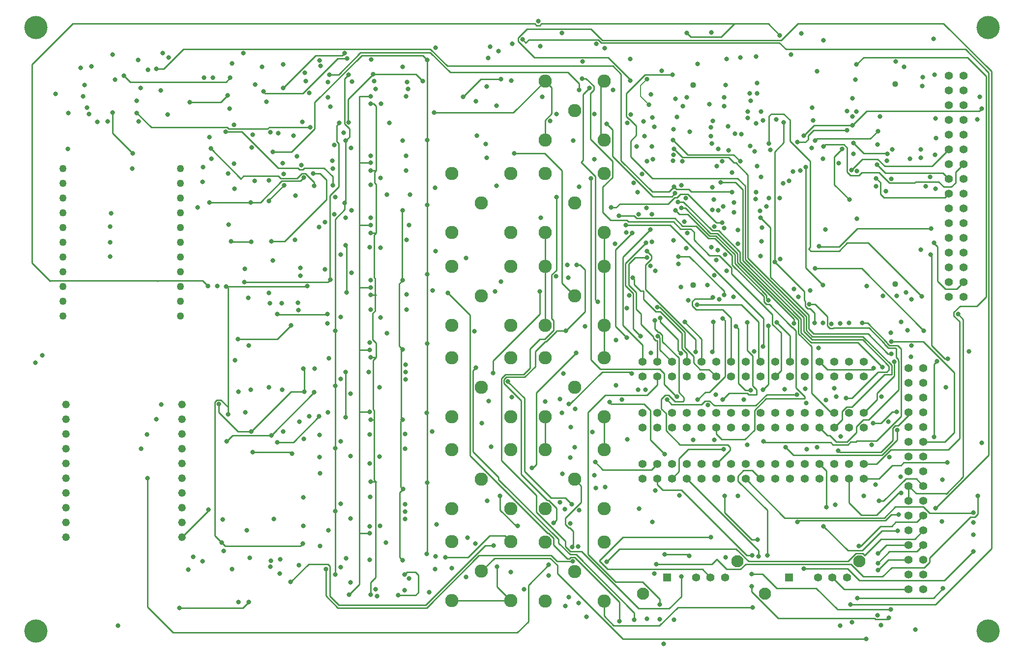
<source format=gbr>
%TF.GenerationSoftware,KiCad,Pcbnew,(6.0.8-1)-1*%
%TF.CreationDate,2022-11-09T12:39:36-05:00*%
%TF.ProjectId,HermEIS,4865726d-4549-4532-9e6b-696361645f70,rev?*%
%TF.SameCoordinates,Original*%
%TF.FileFunction,Copper,L3,Inr*%
%TF.FilePolarity,Positive*%
%FSLAX46Y46*%
G04 Gerber Fmt 4.6, Leading zero omitted, Abs format (unit mm)*
G04 Created by KiCad (PCBNEW (6.0.8-1)-1) date 2022-11-09 12:39:36*
%MOMM*%
%LPD*%
G01*
G04 APERTURE LIST*
%TA.AperFunction,ComponentPad*%
%ADD10C,2.286000*%
%TD*%
%TA.AperFunction,ComponentPad*%
%ADD11C,1.016000*%
%TD*%
%TA.AperFunction,ComponentPad*%
%ADD12C,1.397000*%
%TD*%
%TA.AperFunction,ComponentPad*%
%ADD13C,1.270000*%
%TD*%
%TA.AperFunction,ComponentPad*%
%ADD14C,1.320800*%
%TD*%
%TA.AperFunction,ComponentPad*%
%ADD15R,1.408000X1.408000*%
%TD*%
%TA.AperFunction,ComponentPad*%
%ADD16C,1.408000*%
%TD*%
%TA.AperFunction,ComponentPad*%
%ADD17C,2.100000*%
%TD*%
%TA.AperFunction,ViaPad*%
%ADD18C,4.000000*%
%TD*%
%TA.AperFunction,ViaPad*%
%ADD19C,0.800000*%
%TD*%
%TA.AperFunction,Conductor*%
%ADD20C,0.250000*%
%TD*%
%TA.AperFunction,Conductor*%
%ADD21C,0.200000*%
%TD*%
G04 APERTURE END LIST*
D10*
%TO.N,/CE*%
%TO.C,J2*%
X107000000Y-57250000D03*
%TO.N,GND*%
X101920000Y-62330000D03*
X112080000Y-62330000D03*
X101920000Y-52170000D03*
X112080000Y-52170000D03*
%TD*%
%TO.N,/V_ref*%
%TO.C,J7*%
X107000000Y-73250000D03*
%TO.N,GND*%
X101920000Y-68170000D03*
X112080000Y-68170000D03*
X101920000Y-78330000D03*
X112080000Y-78330000D03*
%TD*%
D11*
%TO.N,N/C*%
%TO.C,J19*%
X143452000Y-36864750D03*
X143452000Y-71345250D03*
%TD*%
D12*
%TO.N,/C22*%
%TO.C,J18*%
X190032800Y-73355000D03*
%TO.N,/A21*%
X190032800Y-70815000D03*
%TO.N,/A20*%
X190032800Y-68275000D03*
%TO.N,/J20*%
X190032800Y-65735000D03*
%TO.N,/J22*%
X190032800Y-63195000D03*
%TO.N,/W20*%
X190032800Y-60655000D03*
%TO.N,/T19*%
X190032800Y-58115000D03*
%TO.N,/W22*%
X190032800Y-55575000D03*
%TO.N,/T20*%
X190032800Y-53035000D03*
%TO.N,/U19*%
X190032800Y-50495000D03*
%TO.N,/P17*%
X190032800Y-47955000D03*
%TO.N,/V20*%
X190032800Y-45415000D03*
%TO.N,/N16*%
X190032800Y-42875000D03*
%TO.N,/C5*%
X190032800Y-40335000D03*
%TO.N,/M17*%
X190032800Y-37795000D03*
%TO.N,/A5*%
X190032800Y-35255000D03*
%TO.N,/M18*%
X187492800Y-73355000D03*
%TO.N,/D14*%
X187492800Y-70815000D03*
%TO.N,/P18*%
X187492800Y-68275000D03*
%TO.N,/C14*%
X187492800Y-65735000D03*
%TO.N,/R19*%
X187492800Y-63195000D03*
%TO.N,/E16*%
X187492800Y-60655000D03*
%TO.N,/D9*%
X187492800Y-58115000D03*
%TO.N,/D17*%
X187492800Y-55575000D03*
%TO.N,/C8*%
X187492800Y-53035000D03*
%TO.N,/D7*%
X187492800Y-50495000D03*
%TO.N,/D10*%
X187492800Y-47955000D03*
%TO.N,/D8*%
X187492800Y-45415000D03*
%TO.N,/C10*%
X187492800Y-42875000D03*
%TO.N,/L17*%
X187492800Y-40335000D03*
%TO.N,/D11*%
X187492800Y-37795000D03*
%TO.N,/K18*%
X187492800Y-35255000D03*
%TD*%
%TO.N,/Vref_o*%
%TO.C,J17*%
X183112800Y-123745000D03*
%TO.N,/chn1*%
X183112800Y-121205000D03*
%TO.N,/chn2*%
X183112800Y-118665000D03*
%TO.N,/chn3*%
X183112800Y-116125000D03*
%TO.N,/chn4*%
X183112800Y-113585000D03*
%TO.N,/chn5*%
X183112800Y-111045000D03*
%TO.N,/chn6*%
X183112800Y-108505000D03*
%TO.N,/chn7*%
X183112800Y-105965000D03*
%TO.N,/WE1*%
X183112800Y-103425000D03*
%TO.N,/WE2*%
X183112800Y-100885000D03*
%TO.N,/WE3*%
X183112800Y-98345000D03*
%TO.N,/WE4*%
X183112800Y-95805000D03*
%TO.N,/WE5*%
X183112800Y-93265000D03*
%TO.N,/WE6*%
X183112800Y-90725000D03*
%TO.N,/WE7*%
X183112800Y-88185000D03*
%TO.N,/F_EIS_DDS*%
X183112800Y-85645000D03*
%TO.N,/CV_S2*%
X180572800Y-123745000D03*
%TO.N,/EIS_S3*%
X180572800Y-121205000D03*
%TO.N,/SIN_2*%
X180572800Y-118665000D03*
%TO.N,/SIN_1*%
X180572800Y-116125000D03*
%TO.N,/V_ref*%
X180572800Y-113585000D03*
X180572800Y-111045000D03*
%TO.N,/CE*%
X180572800Y-108505000D03*
X180572800Y-105965000D03*
%TO.N,/WE1*%
X180572800Y-103425000D03*
%TO.N,/WE2*%
X180572800Y-100885000D03*
%TO.N,/WE3*%
X180572800Y-98345000D03*
%TO.N,/WE4*%
X180572800Y-95805000D03*
%TO.N,/WE5*%
X180572800Y-93265000D03*
%TO.N,/WE6*%
X180572800Y-90725000D03*
%TO.N,/WE7*%
X180572800Y-88185000D03*
%TO.N,/CV_DAC*%
X180572800Y-85645000D03*
%TD*%
D13*
%TO.N,unconnected-(J16-Pad1)*%
%TO.C,J16*%
X55115700Y-51255000D03*
%TO.N,unconnected-(J16-Pad2)*%
X55115700Y-53795000D03*
%TO.N,unconnected-(J16-Pad3)*%
X55115700Y-56335000D03*
%TO.N,unconnected-(J16-Pad4)*%
X55115700Y-58875000D03*
%TO.N,unconnected-(J16-Pad5)*%
X55115700Y-61415000D03*
%TO.N,unconnected-(J16-Pad6)*%
X55115700Y-63955000D03*
%TO.N,unconnected-(J16-Pad7)*%
X55115700Y-66495000D03*
%TO.N,unconnected-(J16-Pad8)*%
X55115700Y-69035000D03*
%TO.N,unconnected-(J16-Pad9)*%
X55115700Y-71575000D03*
%TO.N,unconnected-(J16-Pad10)*%
X55115700Y-74115000D03*
%TO.N,unconnected-(J16-Pad11)*%
X55115700Y-76655000D03*
%TD*%
D11*
%TO.N,N/C*%
%TO.C,J20*%
X178282000Y-36709750D03*
X178282000Y-71190250D03*
%TD*%
D10*
%TO.N,/CV_S1*%
%TO.C,J6*%
X123020000Y-41280000D03*
%TO.N,GND*%
X117940000Y-46360000D03*
X128100000Y-36200000D03*
X117940000Y-36200000D03*
X128100000Y-46360000D03*
%TD*%
D12*
%TO.N,/A_NCS*%
%TO.C,J21*%
X134710000Y-95926133D03*
%TO.N,/A_SCK*%
X137250000Y-95926133D03*
%TO.N,/A_SDI*%
X139790000Y-95926133D03*
%TO.N,/A_SDO1*%
X142330000Y-95926133D03*
%TO.N,/A_SDO2*%
X144870000Y-95926133D03*
%TO.N,/A_SDO3*%
X147410000Y-95926133D03*
%TO.N,/A_SDO4*%
X149950000Y-95926133D03*
%TO.N,/A_SDO5*%
X152490000Y-95926133D03*
%TO.N,/A_SDO6*%
X155030000Y-95926133D03*
%TO.N,/A_SDO7*%
X157570000Y-95926133D03*
%TO.N,/A_SDO8*%
X160110000Y-95926133D03*
%TO.N,/D20*%
X162650000Y-95926133D03*
%TO.N,/D_7*%
X165190000Y-95926133D03*
%TO.N,/D_6*%
X167730000Y-95926133D03*
%TO.N,/D_5*%
X170270000Y-95926133D03*
%TO.N,/D_4*%
X172810000Y-95926133D03*
%TO.N,/D_3*%
X134710000Y-93386133D03*
%TO.N,/D_2*%
X137250000Y-93386133D03*
%TO.N,/D_1*%
X139790000Y-93386133D03*
%TO.N,/D_0*%
X142330000Y-93386133D03*
%TO.N,/FQ_UD*%
X144870000Y-93386133D03*
%TO.N,/K20*%
X147410000Y-93386133D03*
%TO.N,/FT_NCS*%
X149950000Y-93386133D03*
%TO.N,/FT_SCK*%
X152490000Y-93386133D03*
%TO.N,/FT_SDI*%
X155030000Y-93386133D03*
%TO.N,/FT_SDO*%
X157570000Y-93386133D03*
%TO.N,/Rin_scl*%
X160110000Y-93386133D03*
%TO.N,/Rin_sda*%
X162650000Y-93386133D03*
%TO.N,/P21*%
X165190000Y-93386133D03*
%TO.N,/R20*%
X167730000Y-93386133D03*
%TO.N,/P22*%
X170270000Y-93386133D03*
%TO.N,/DAC1_LDAC*%
X172810000Y-93386133D03*
%TD*%
%TO.N,GND*%
%TO.C,J22*%
X134710000Y-87142800D03*
%TO.N,/SQ_1*%
X137250000Y-87142800D03*
%TO.N,/SQ_2*%
X139790000Y-87142800D03*
%TO.N,unconnected-(J22-PadA4)*%
X142330000Y-87142800D03*
%TO.N,/A18*%
X144870000Y-87142800D03*
%TO.N,/F_VREF_1*%
X147410000Y-87142800D03*
%TO.N,/V_ref*%
X149950000Y-87142800D03*
%TO.N,/chn1_r*%
X152490000Y-87142800D03*
%TO.N,/chn2_r*%
X155030000Y-87142800D03*
%TO.N,/chn3_r*%
X157570000Y-87142800D03*
%TO.N,/chn4_r*%
X160110000Y-87142800D03*
%TO.N,/chn5_r*%
X162650000Y-87142800D03*
%TO.N,/chn6_r*%
X165190000Y-87142800D03*
%TO.N,/chn7_r*%
X167730000Y-87142800D03*
%TO.N,GND*%
X170270000Y-87142800D03*
X172810000Y-87142800D03*
%TO.N,/L19*%
X134710000Y-84602800D03*
%TO.N,/H21*%
X137250000Y-84602800D03*
%TO.N,/K21*%
X139790000Y-84602800D03*
%TO.N,/H22*%
X142330000Y-84602800D03*
%TO.N,/K22*%
X144870000Y-84602800D03*
%TO.N,/F21*%
X147410000Y-84602800D03*
%TO.N,/G20*%
X149950000Y-84602800D03*
%TO.N,/F22*%
X152490000Y-84602800D03*
%TO.N,/G22*%
X155030000Y-84602800D03*
%TO.N,/D21*%
X157570000Y-84602800D03*
%TO.N,/E20*%
X160110000Y-84602800D03*
%TO.N,/D22*%
X162650000Y-84602800D03*
%TO.N,/E22*%
X165190000Y-84602800D03*
%TO.N,/B21*%
X167730000Y-84602800D03*
%TO.N,/C20*%
X170270000Y-84602800D03*
%TO.N,/B22*%
X172810000Y-84602800D03*
%TD*%
D10*
%TO.N,/WE7*%
%TO.C,J11*%
X123020000Y-120675000D03*
%TO.N,GND*%
X128100000Y-125755000D03*
X117940000Y-125755000D03*
X117940000Y-115595000D03*
X128100000Y-115595000D03*
%TD*%
%TO.N,/WE6*%
%TO.C,J5*%
X107000000Y-120670000D03*
%TO.N,GND*%
X112080000Y-125750000D03*
X101920000Y-125750000D03*
X112080000Y-115590000D03*
X101920000Y-115590000D03*
%TD*%
D14*
%TO.N,/SIN_2*%
%TO.C,J15*%
X55407500Y-91955000D03*
%TO.N,/SIN_1*%
X55407500Y-94495000D03*
%TO.N,/SQ_2*%
X55407500Y-97035000D03*
%TO.N,/SQ_1*%
X55407500Y-99575000D03*
%TO.N,GND*%
X55407500Y-102115000D03*
%TO.N,/N22*%
X55407500Y-104655000D03*
%TO.N,/L20*%
X55407500Y-107195000D03*
%TO.N,/FQ_UD*%
X55407500Y-109735000D03*
%TO.N,/K20*%
X55407500Y-112275000D03*
%TO.N,+3.3V*%
X55407500Y-114815000D03*
%TD*%
D10*
%TO.N,/WE5*%
%TO.C,J10*%
X123020000Y-104825000D03*
%TO.N,GND*%
X128100000Y-99745000D03*
X117940000Y-109905000D03*
X117940000Y-99745000D03*
X128100000Y-109905000D03*
%TD*%
%TO.N,/CE*%
%TO.C,J1*%
X123020000Y-57255000D03*
%TO.N,GND*%
X128100000Y-52175000D03*
X117940000Y-52175000D03*
X128100000Y-62335000D03*
X117940000Y-62335000D03*
%TD*%
%TO.N,/WE1*%
%TO.C,J8*%
X123020000Y-73255000D03*
%TO.N,GND*%
X128100000Y-78335000D03*
X117940000Y-68175000D03*
X117940000Y-78335000D03*
X128100000Y-68175000D03*
%TD*%
%TO.N,/WE4*%
%TO.C,J4*%
X107000000Y-104820000D03*
%TO.N,GND*%
X101920000Y-109900000D03*
X101920000Y-99740000D03*
X112080000Y-99740000D03*
X112080000Y-109900000D03*
%TD*%
%TO.N,/WE2*%
%TO.C,J3*%
X107000000Y-88970000D03*
%TO.N,GND*%
X112080000Y-94050000D03*
X101920000Y-94050000D03*
X112080000Y-83890000D03*
X101920000Y-83890000D03*
%TD*%
D12*
%TO.N,/JTAG_TCK*%
%TO.C,J12*%
X134710000Y-104709466D03*
%TO.N,/JTAG_TMS*%
X137250000Y-104709466D03*
%TO.N,/JTAG_TDO*%
X139790000Y-104709466D03*
%TO.N,/JTAG_TDI*%
X142330000Y-104709466D03*
%TO.N,unconnected-(J12-PadA5)*%
X144870000Y-104709466D03*
%TO.N,/SYS_CLK4*%
X147410000Y-104709466D03*
%TO.N,/SYS_CLK5*%
X149950000Y-104709466D03*
%TO.N,/USB_SCL*%
X152490000Y-104709466D03*
%TO.N,/USB_SDA*%
X155030000Y-104709466D03*
%TO.N,/+VCCO1*%
X157570000Y-104709466D03*
%TO.N,/+VCCO0*%
X160110000Y-104709466D03*
%TO.N,/+1.8V*%
X162650000Y-104709466D03*
X165190000Y-104709466D03*
%TO.N,/+1.2V*%
X167730000Y-104709466D03*
X170270000Y-104709466D03*
%TO.N,+5V*%
X172810000Y-104709466D03*
%TO.N,/DAC1_NCS*%
X134710000Y-102169466D03*
%TO.N,/DAC1_SCK*%
X137250000Y-102169466D03*
%TO.N,/DAC1_SDI*%
X139790000Y-102169466D03*
%TO.N,/N22*%
X142330000Y-102169466D03*
%TO.N,/L20*%
X144870000Y-102169466D03*
%TO.N,/F_RST_I*%
X147410000Y-102169466D03*
%TO.N,/F_RST_O*%
X149950000Y-102169466D03*
%TO.N,+5V*%
X152490000Y-102169466D03*
X155030000Y-102169466D03*
%TO.N,-3V*%
X157570000Y-102169466D03*
X160110000Y-102169466D03*
%TO.N,-0v5*%
X162650000Y-102169466D03*
%TO.N,nVDD_2*%
X165190000Y-102169466D03*
%TO.N,GND*%
X167730000Y-102169466D03*
%TO.N,+3.3V*%
X170270000Y-102169466D03*
X172810000Y-102169466D03*
%TD*%
D13*
%TO.N,unconnected-(J14-Pad1)*%
%TO.C,J14*%
X34910000Y-51255000D03*
%TO.N,unconnected-(J14-Pad2)*%
X34910000Y-53795000D03*
%TO.N,GND*%
X34910000Y-56335000D03*
%TO.N,/FT_SCK*%
X34910000Y-58875000D03*
%TO.N,/FT_SDO*%
X34910000Y-61415000D03*
%TO.N,/FT_SDI*%
X34910000Y-63955000D03*
%TO.N,/FT_NCS*%
X34910000Y-66495000D03*
%TO.N,unconnected-(J14-Pad8)*%
X34910000Y-69035000D03*
%TO.N,unconnected-(J14-Pad9)*%
X34910000Y-71575000D03*
%TO.N,unconnected-(J14-Pad10)*%
X34910000Y-74115000D03*
%TO.N,unconnected-(J14-Pad11)*%
X34910000Y-76655000D03*
%TD*%
D15*
%TO.N,/CV_S1*%
%TO.C,S1*%
X159950000Y-121750000D03*
D16*
%TO.N,/CV_ref*%
X164950000Y-121750000D03*
%TO.N,/CV_S2*%
X167450000Y-121750000D03*
%TO.N,unconnected-(S1-Pad4)*%
X169950000Y-121750000D03*
D17*
%TO.N,Net-(S1-PadS1)*%
X155850000Y-124550000D03*
X172050000Y-118950000D03*
%TD*%
D14*
%TO.N,GND*%
%TO.C,J13*%
X35420000Y-91955000D03*
%TO.N,/D_7*%
X35420000Y-94495000D03*
%TO.N,/D_6*%
X35420000Y-97035000D03*
%TO.N,/D_5*%
X35420000Y-99575000D03*
%TO.N,/D_4*%
X35420000Y-102115000D03*
%TO.N,/D_3*%
X35420000Y-104655000D03*
%TO.N,/D_2*%
X35420000Y-107195000D03*
%TO.N,/D_1*%
X35420000Y-109735000D03*
%TO.N,/D_0*%
X35420000Y-112275000D03*
%TO.N,+3.3V*%
X35420000Y-114815000D03*
%TD*%
D10*
%TO.N,/WE3*%
%TO.C,J9*%
X123020000Y-88975000D03*
%TO.N,GND*%
X117940000Y-94055000D03*
X128100000Y-94055000D03*
X128100000Y-83895000D03*
X117940000Y-83895000D03*
%TD*%
D15*
%TO.N,/EIS_S3*%
%TO.C,S2*%
X138950000Y-121750000D03*
D16*
%TO.N,/V_dds*%
X143950000Y-121750000D03*
%TO.N,/SIN_1*%
X146450000Y-121750000D03*
%TO.N,/SIN_2*%
X148950000Y-121750000D03*
D17*
%TO.N,Net-(S2-PadS1)*%
X134850000Y-124550000D03*
X151050000Y-118950000D03*
%TD*%
D18*
%TO.N,*%
X194270000Y-130955000D03*
X30270000Y-26955000D03*
X194270000Y-26955000D03*
X30270000Y-130955000D03*
D19*
%TO.N,GND*%
X109670000Y-119855000D03*
X63130000Y-98245000D03*
X67270000Y-89405000D03*
X81670000Y-47255000D03*
X84130000Y-43295000D03*
X88370000Y-35005000D03*
X135470000Y-35915000D03*
X75370000Y-74415000D03*
X40819500Y-43205000D03*
X98820000Y-41655000D03*
X96870000Y-36205000D03*
X100770000Y-118280500D03*
X98990000Y-54585000D03*
X70620000Y-119905000D03*
X74632701Y-45592299D03*
X63830000Y-63835000D03*
X46870000Y-51255000D03*
X76757701Y-36242701D03*
X63480000Y-60935000D03*
X108170000Y-32255000D03*
X66870000Y-81755000D03*
X83750000Y-72615000D03*
X72645500Y-89355000D03*
X66830000Y-73575000D03*
X78210000Y-89785000D03*
X75820000Y-69755000D03*
X136420000Y-42505000D03*
X171727652Y-125272652D03*
X186480000Y-123635000D03*
X122320000Y-101035000D03*
X79080000Y-32625000D03*
X68040000Y-36785000D03*
X43470000Y-41605000D03*
X64390000Y-50415000D03*
X98560000Y-72275000D03*
X83620000Y-64525000D03*
X153710000Y-126865000D03*
X46920000Y-48629500D03*
X75520000Y-119575000D03*
X136130000Y-83035000D03*
X67350000Y-63875000D03*
X70775000Y-97280000D03*
X47820000Y-32555000D03*
X135820000Y-40255000D03*
X43470000Y-31655000D03*
X72870000Y-33305000D03*
X67400000Y-47668000D03*
X52970000Y-41955000D03*
X78230000Y-85775000D03*
%TO.N,+5V*%
X162040000Y-27975000D03*
X71070000Y-48405000D03*
X187220000Y-101955000D03*
X144170000Y-33255000D03*
X59070000Y-51055000D03*
X97620000Y-69455000D03*
X151170000Y-107705000D03*
X97570000Y-93405000D03*
X35720000Y-47905000D03*
X117110000Y-30239500D03*
X97620000Y-81455000D03*
X97544500Y-117655000D03*
X97620000Y-32555000D03*
X172820000Y-107675000D03*
X163920000Y-40805000D03*
X97620000Y-46405000D03*
X97620000Y-57555000D03*
X164770000Y-34555000D03*
X109900000Y-31065000D03*
X97620000Y-105405000D03*
X184982701Y-35117701D03*
%TO.N,/chn2*%
X83444500Y-57205000D03*
X81820000Y-79205000D03*
X121420000Y-126655000D03*
X81820000Y-110305000D03*
X81820000Y-121205000D03*
X98970000Y-120255000D03*
X81820000Y-99505000D03*
X97970000Y-124255000D03*
X81820000Y-88755000D03*
X84070000Y-35105000D03*
X83570000Y-46505000D03*
%TO.N,-3V*%
X70820000Y-63815000D03*
X72314560Y-118635038D03*
X78020000Y-52155000D03*
X72870000Y-96555000D03*
X60120000Y-45905000D03*
X72570000Y-74455000D03*
X71070000Y-67155000D03*
X71270000Y-111655000D03*
X70420000Y-88955000D03*
X76570000Y-34755000D03*
%TO.N,/chn3*%
X84520000Y-47755000D03*
X84420000Y-111605000D03*
X112040000Y-120805000D03*
X84420000Y-90105000D03*
X175270000Y-119255000D03*
X136790000Y-121055000D03*
X84570000Y-58505000D03*
X84670000Y-36305000D03*
X84420000Y-100855000D03*
X84570000Y-69255000D03*
X84420000Y-122555000D03*
%TO.N,+3.3V*%
X136170000Y-38505000D03*
X93400000Y-118755000D03*
X47970000Y-43155000D03*
X76320000Y-85755000D03*
X171570000Y-33355000D03*
X59970000Y-110025000D03*
X76280000Y-112845000D03*
X112120000Y-36105000D03*
X67370000Y-96555000D03*
X93390000Y-94515000D03*
X45370000Y-35255000D03*
X93460000Y-106515000D03*
X93420000Y-46505000D03*
X72920000Y-52255000D03*
X75820000Y-68405000D03*
X76520000Y-89755000D03*
X76270000Y-107925000D03*
X140370000Y-39305000D03*
X93420000Y-58505000D03*
X93410000Y-82485000D03*
X154470000Y-50855000D03*
X70710000Y-118835000D03*
X93420000Y-33755000D03*
X61770000Y-91855000D03*
X38370000Y-38855000D03*
X75170000Y-49205000D03*
X63720000Y-35655000D03*
X42620000Y-43155000D03*
X93420000Y-70505000D03*
X70570000Y-74455500D03*
X74831250Y-63603750D03*
%TO.N,/chn1*%
X82720000Y-98305000D03*
X82720000Y-119955000D03*
X82720000Y-109005000D03*
X80970000Y-40605000D03*
X175175497Y-128210497D03*
X80570000Y-36355000D03*
X118520000Y-121418500D03*
X82720000Y-87555000D03*
X82720000Y-66105000D03*
X82720000Y-76855000D03*
X80570000Y-39055000D03*
X83250000Y-45075000D03*
X99120000Y-118105000D03*
%TO.N,-0v5*%
X33670000Y-38455000D03*
%TO.N,nVDD_2*%
X76110000Y-43255000D03*
X51770000Y-37855000D03*
X74120000Y-122515000D03*
X67570000Y-100155000D03*
X48270000Y-37445000D03*
X74370000Y-100355000D03*
X88470000Y-36255000D03*
X65020000Y-80655000D03*
X166420000Y-109655000D03*
X107930000Y-37155000D03*
X136420000Y-112205000D03*
X74170000Y-78305000D03*
X58120000Y-57955000D03*
X151540000Y-32125000D03*
X65170000Y-125979500D03*
X63620000Y-40935000D03*
X109070000Y-116255000D03*
%TO.N,Net-(R14-Pad2)*%
X43870000Y-36005000D03*
X35870000Y-41755000D03*
X52120000Y-31405000D03*
X39070000Y-40755000D03*
%TO.N,/Vref_o*%
X87570000Y-86305000D03*
X57370000Y-118205000D03*
X69920000Y-39805000D03*
X87820000Y-107855000D03*
X138370000Y-133179500D03*
X87720000Y-64855000D03*
X87770000Y-97055000D03*
X87920000Y-54105000D03*
X87770000Y-118705000D03*
X87920000Y-75555000D03*
X87970000Y-32505000D03*
%TO.N,/WE2*%
X70420000Y-72705000D03*
X66220000Y-68555000D03*
X120470000Y-91015000D03*
%TO.N,/WE3*%
X80060000Y-68645000D03*
X80420000Y-77955000D03*
X177570000Y-81055000D03*
X90720000Y-79655000D03*
X75450000Y-75705000D03*
%TO.N,/chn4*%
X87870000Y-49055000D03*
X87770000Y-102105000D03*
X128520000Y-119005000D03*
X90570000Y-115730500D03*
X88745500Y-123805000D03*
X99220000Y-112555000D03*
X87770000Y-112905000D03*
X87870000Y-59755000D03*
X87920000Y-70505000D03*
X88770000Y-37605000D03*
X87770000Y-81255000D03*
%TO.N,/chn5*%
X87720000Y-82505000D03*
X87770000Y-114155000D03*
X87920000Y-71755000D03*
X84170000Y-124679500D03*
X87920000Y-38855000D03*
X87920000Y-61055000D03*
X87920000Y-50305000D03*
X171970000Y-116329500D03*
X87770000Y-93205000D03*
%TO.N,/chn6*%
X87870000Y-83805000D03*
X87920000Y-40105000D03*
X87920000Y-124655000D03*
X87870000Y-62355000D03*
X87870000Y-105255000D03*
X130120000Y-88655000D03*
X122370000Y-95855000D03*
X175870000Y-90605000D03*
X87870000Y-94555000D03*
X87920000Y-73055000D03*
X162720000Y-89255000D03*
X87870000Y-51605000D03*
%TO.N,/chn7*%
X175470000Y-108555000D03*
X105920000Y-115855000D03*
X123645500Y-116405000D03*
%TO.N,/A_NCS*%
X146570000Y-27879500D03*
X89570000Y-76930000D03*
X89030000Y-124965000D03*
X146520000Y-44205000D03*
X89570000Y-64880000D03*
X89620000Y-52880000D03*
X89470000Y-88930000D03*
X132130000Y-97925000D03*
X89520000Y-112880000D03*
X89670000Y-40155000D03*
X89470000Y-100880000D03*
%TO.N,/A_SDO1*%
X94350000Y-37555000D03*
X134921850Y-43126850D03*
X110330000Y-70755000D03*
X109590000Y-40465000D03*
%TO.N,/A_SCK*%
X94510000Y-61055000D03*
X94070000Y-73005000D03*
X94177701Y-36377299D03*
X114345500Y-123802119D03*
X94020000Y-49055000D03*
X136720000Y-44105000D03*
X93870000Y-97005000D03*
X93740000Y-121245000D03*
X93820000Y-109105000D03*
X126450000Y-104115000D03*
X92650000Y-124780500D03*
X93920000Y-85055000D03*
%TO.N,/WE1*%
X130120000Y-80805000D03*
X72870000Y-37405000D03*
X112620000Y-48705000D03*
X83400000Y-31429500D03*
%TO.N,/V_ref*%
X185220000Y-109775000D03*
X114070000Y-29055000D03*
%TO.N,/CV_ref*%
X109560000Y-54245000D03*
X123820000Y-110115000D03*
X123720000Y-126145000D03*
%TO.N,/CE*%
X47620000Y-41705000D03*
X189070000Y-76355000D03*
X77520000Y-44155000D03*
X91120000Y-43455000D03*
%TO.N,/A_SDO2*%
X147070000Y-98005000D03*
X134045500Y-59155000D03*
X146920000Y-77740500D03*
X146770000Y-82829500D03*
X146520000Y-45695000D03*
%TO.N,/WE4*%
X107020000Y-95155000D03*
X153950000Y-82785000D03*
X75620000Y-94909500D03*
%TO.N,/WE5*%
X76370000Y-97855000D03*
X79170000Y-103805000D03*
X122620000Y-116505000D03*
X168384101Y-99914946D03*
%TO.N,Net-(R39-Pad2)*%
X77334549Y-38235049D03*
X69170000Y-33755000D03*
%TO.N,/WE6*%
X173260000Y-132355000D03*
X67120000Y-118355000D03*
X66590000Y-113605000D03*
%TO.N,/WE7*%
X72260000Y-121055000D03*
X181750000Y-130745000D03*
X80650000Y-113615000D03*
%TO.N,/A_SDO4*%
X121500000Y-79205000D03*
X132700000Y-41995000D03*
X134117299Y-109852299D03*
X126470000Y-41895000D03*
X146650000Y-46995000D03*
X123400000Y-67905000D03*
X119370000Y-112305000D03*
%TO.N,/A_SDO6*%
X150370000Y-73405000D03*
X150780000Y-78465000D03*
X153320000Y-89500500D03*
X118000000Y-91445000D03*
%TO.N,/A_SDO8*%
X142770000Y-118005000D03*
X164420000Y-68505000D03*
X156470000Y-56355000D03*
X177120000Y-128685000D03*
X153520000Y-123255000D03*
X191720000Y-114405000D03*
X104360000Y-121665000D03*
X167920000Y-109175000D03*
X183170000Y-79205000D03*
X94526452Y-121901677D03*
X138570000Y-117779500D03*
X164820000Y-99305000D03*
%TO.N,Net-(R11-Pad2)*%
X37970000Y-33955000D03*
X38670000Y-36879500D03*
%TO.N,/SIN_2*%
X175270000Y-120455000D03*
X51870000Y-91955000D03*
%TO.N,/SIN_1*%
X50970000Y-94455000D03*
X175270000Y-117555000D03*
X146470000Y-114755000D03*
%TO.N,/SQ_2*%
X143470000Y-98055000D03*
X49370000Y-97055000D03*
X137670000Y-128955000D03*
%TO.N,/SQ_1*%
X48370000Y-99555000D03*
X137670000Y-126355000D03*
%TO.N,Net-(C37-Pad1)*%
X126780000Y-29795000D03*
X165870000Y-29155000D03*
%TO.N,/D_3*%
X117220000Y-59735000D03*
X140092701Y-44512299D03*
X101240000Y-72725000D03*
X130770000Y-129255000D03*
%TO.N,/D_2*%
X135450000Y-50055000D03*
X132026850Y-75298150D03*
X125070000Y-128530500D03*
X133894500Y-55355000D03*
X133970000Y-89379500D03*
%TO.N,/D_1*%
X129300000Y-57998500D03*
X148428296Y-60582589D03*
X106010000Y-85575000D03*
X133270000Y-129055000D03*
%TO.N,Net-(R28-Pad2)*%
X79080000Y-101005000D03*
X79070000Y-97165000D03*
%TO.N,/D_0*%
X140014990Y-49942518D03*
X145950000Y-92045000D03*
X135470000Y-128855000D03*
X148570000Y-91080500D03*
X152750000Y-77805000D03*
X130010000Y-64255000D03*
%TO.N,/FT_SCK*%
X126410000Y-49705000D03*
X172557299Y-77867701D03*
X43170000Y-58955000D03*
X134670000Y-52255000D03*
X155570000Y-98255000D03*
%TO.N,/FT_SDO*%
X190920000Y-82805000D03*
X178320000Y-32855000D03*
X178570000Y-96330500D03*
X43070000Y-61305000D03*
X123770000Y-54455000D03*
X159370000Y-99255000D03*
X129670000Y-37780500D03*
%TO.N,Net-(SW2-Pad1)*%
X53070000Y-32155000D03*
X99080000Y-30475000D03*
X39370000Y-41905000D03*
%TO.N,Net-(SW2-Pad2)*%
X47570000Y-39605000D03*
X106020000Y-39655000D03*
%TO.N,/F_RST_I*%
X136870000Y-77455000D03*
X136370000Y-59155000D03*
%TO.N,/F_RST_O*%
X148830000Y-107645000D03*
X158470000Y-66845000D03*
X182630000Y-65265000D03*
X154570000Y-115215000D03*
X174180000Y-98880500D03*
%TO.N,/FT_SDI*%
X43060000Y-64025000D03*
X121320000Y-110005000D03*
X122320000Y-112455000D03*
X146780000Y-54515000D03*
X112166515Y-90626917D03*
%TO.N,/JTAG_TCK*%
X192470000Y-107655000D03*
X137120048Y-119479500D03*
X142382299Y-39042701D03*
%TO.N,/JTAG_TMS*%
X153570000Y-117955000D03*
X177470000Y-127205000D03*
X146270000Y-40205000D03*
X184870000Y-28905000D03*
X153520000Y-121105000D03*
%TO.N,/JTAG_TDO*%
X148670000Y-99605000D03*
X148520000Y-77079500D03*
X140670000Y-42405000D03*
X144220000Y-91105000D03*
%TO.N,/JTAG_TDI*%
X154720000Y-118055000D03*
X119920000Y-41905000D03*
X141670000Y-40505000D03*
X119870000Y-56205000D03*
X149070000Y-118299500D03*
X141420000Y-121605000D03*
%TO.N,/F_VREF_1*%
X137267701Y-75159500D03*
X133170000Y-53755000D03*
X131970000Y-62255000D03*
%TO.N,/SYS_CLK4*%
X163020000Y-99605000D03*
X139870000Y-35155000D03*
X169757700Y-90792700D03*
%TO.N,/A5*%
X182670000Y-47955000D03*
%TO.N,/D_7*%
X148410000Y-50054500D03*
X158320353Y-56354647D03*
X163449951Y-74679549D03*
%TO.N,/D_6*%
X140115424Y-47884174D03*
X177270000Y-100955000D03*
%TO.N,/D_5*%
X175760000Y-129985000D03*
X170770000Y-129455000D03*
X177457371Y-79605500D03*
X147540000Y-50825000D03*
X191740000Y-112275000D03*
%TO.N,/D_4*%
X66870000Y-125979500D03*
X136470000Y-49655000D03*
X54970000Y-126955000D03*
X132044500Y-80455000D03*
X120870000Y-93355000D03*
X132960116Y-62391662D03*
X104570000Y-114855000D03*
X44382299Y-130042701D03*
X168770000Y-130055000D03*
%TO.N,/B21*%
X155020000Y-66355000D03*
X167270000Y-78055000D03*
X148947609Y-66116397D03*
X161870000Y-51605000D03*
%TO.N,/B22*%
X159990000Y-53375000D03*
X155295047Y-61429952D03*
X147420000Y-67005500D03*
X170270000Y-77879500D03*
%TO.N,/A20*%
X141322299Y-71667299D03*
X152870000Y-41505000D03*
X161544503Y-73410497D03*
X154070000Y-48355000D03*
%TO.N,/A21*%
X149220000Y-68905000D03*
X184970000Y-64105000D03*
X155170000Y-41504500D03*
%TO.N,/FT_NCS*%
X176070000Y-85505000D03*
X148160000Y-53695000D03*
X43000000Y-66465000D03*
%TO.N,/FQ_UD*%
X148596000Y-57820524D03*
X108660000Y-99245000D03*
X108250000Y-91315000D03*
%TO.N,/D8*%
X177570000Y-53055000D03*
%TO.N,/D10*%
X170670000Y-51555000D03*
%TO.N,/C10*%
X177770000Y-47955000D03*
%TO.N,/D14*%
X182670000Y-49455000D03*
%TO.N,/C14*%
X180820000Y-49555000D03*
X180120000Y-72605000D03*
%TO.N,/J22*%
X147070000Y-69655000D03*
X149570000Y-48155000D03*
%TO.N,/J20*%
X184470000Y-61605000D03*
X145920000Y-71355000D03*
X165100000Y-64695000D03*
X147757299Y-47942299D03*
%TO.N,/C22*%
X140944500Y-67705000D03*
X142570000Y-73955000D03*
X118820000Y-43105000D03*
X138020000Y-34405000D03*
X124420000Y-32855000D03*
X132420000Y-73105000D03*
%TO.N,/C20*%
X140944500Y-66405000D03*
X165833107Y-71351893D03*
X168770000Y-77955000D03*
X148770000Y-73055000D03*
X162870000Y-51005000D03*
%TO.N,/E22*%
X163590000Y-72255000D03*
X160620000Y-51805000D03*
X174520000Y-85705000D03*
X151120000Y-64205000D03*
X136917149Y-68868101D03*
%TO.N,/E20*%
X157819500Y-77805000D03*
X136099476Y-68050428D03*
X160779951Y-72009549D03*
%TO.N,/G22*%
X156770000Y-48055000D03*
X150495500Y-57096024D03*
X144120000Y-74705000D03*
X140090000Y-63635000D03*
%TO.N,/F22*%
X156524500Y-47005000D03*
X179169500Y-104375000D03*
X154270000Y-55355000D03*
X162948381Y-91691322D03*
X187000000Y-88945000D03*
X152190000Y-91075000D03*
X182820000Y-73315000D03*
%TO.N,/G20*%
X155470000Y-42954000D03*
X135494000Y-65534998D03*
X143870000Y-82829500D03*
X146870000Y-73505000D03*
X155220000Y-63855000D03*
%TO.N,/F21*%
X154930000Y-58575000D03*
X137780000Y-77015000D03*
X141354503Y-83150497D03*
X155160000Y-52705000D03*
X147970000Y-73825000D03*
X156085500Y-57825000D03*
X151152299Y-61837299D03*
X148767701Y-61522701D03*
%TO.N,/K22*%
X154270000Y-43505000D03*
X136343263Y-63927139D03*
X141970000Y-77740500D03*
X150112753Y-51987799D03*
%TO.N,/H22*%
X150620000Y-45255000D03*
X142443137Y-62419088D03*
X133054500Y-70085000D03*
%TO.N,/K21*%
X134420000Y-80179500D03*
X153270000Y-47405000D03*
X142245500Y-65005000D03*
X137320000Y-80179500D03*
X150495500Y-58855000D03*
X135300498Y-64085498D03*
%TO.N,/H21*%
X151732701Y-45392299D03*
X135495000Y-66605000D03*
X147070451Y-61255451D03*
X141895500Y-60455000D03*
%TO.N,/L19*%
X149470000Y-44005000D03*
X136119452Y-61767201D03*
X146870000Y-43055000D03*
%TO.N,/C5*%
X182870000Y-37055000D03*
X164420000Y-46505000D03*
X175257701Y-44842701D03*
X149020000Y-36855000D03*
%TO.N,/+VCCO1*%
X129032299Y-91467299D03*
X141620000Y-50054500D03*
X138520000Y-100505000D03*
X141070000Y-107605000D03*
X121970000Y-70105000D03*
%TO.N,/A_SDI*%
X93915000Y-87600000D03*
X93865000Y-99550000D03*
X126094500Y-96655000D03*
X94065000Y-63600000D03*
X94065000Y-75550000D03*
X98520000Y-96605500D03*
X142820000Y-44905000D03*
X94015000Y-51600000D03*
X93815000Y-111650000D03*
X93710000Y-123915000D03*
X94015000Y-38850000D03*
%TO.N,/L20*%
X115700000Y-102855000D03*
X123320000Y-83005906D03*
X146732747Y-58403247D03*
%TO.N,/N22*%
X140370000Y-58455000D03*
X155450000Y-89379500D03*
X152770000Y-98855000D03*
X156370000Y-78355000D03*
X118570000Y-119555000D03*
X49470000Y-104655000D03*
X156370000Y-73955000D03*
%TO.N,/A_SDO3*%
X135040000Y-45695000D03*
X130645500Y-59447500D03*
%TO.N,/A_SDO5*%
X93940000Y-86345000D03*
X133680000Y-47515000D03*
X147370000Y-90229500D03*
X122070000Y-91875000D03*
X132824500Y-86579500D03*
%TO.N,/A_SDO7*%
X107990000Y-108485000D03*
X155470000Y-81929500D03*
X136370000Y-47455000D03*
X123150000Y-92675000D03*
X131857701Y-61042701D03*
X93820000Y-110355000D03*
%TO.N,/R20*%
X140794440Y-57005500D03*
X123770000Y-37780500D03*
X82522299Y-43430500D03*
X80940000Y-70405000D03*
X66160000Y-70815000D03*
X66360000Y-93275000D03*
X80770000Y-35105000D03*
X62595500Y-117175000D03*
X79160000Y-116325000D03*
X80530000Y-93275000D03*
%TO.N,/P21*%
X142220000Y-56405000D03*
X77340000Y-93999500D03*
X63030000Y-71595000D03*
X77010000Y-71565000D03*
X62280000Y-115745000D03*
X70650000Y-44985000D03*
X76250000Y-115865000D03*
X67630000Y-45455000D03*
X60470000Y-49585000D03*
X79310000Y-33630500D03*
X63320000Y-93615000D03*
%TO.N,/K20*%
X128270000Y-106155000D03*
X113210000Y-112875000D03*
X141397701Y-54129500D03*
X121120000Y-86605000D03*
X110200000Y-107685000D03*
%TO.N,/chn1_r*%
X104370000Y-66705000D03*
X69420000Y-38035000D03*
X109320000Y-72455000D03*
X83875992Y-32308384D03*
X108520000Y-30305000D03*
X110320000Y-35905000D03*
X103857299Y-38917701D03*
%TO.N,/chn2_r*%
X158370000Y-28355000D03*
X59870000Y-71555000D03*
X127007299Y-74267701D03*
X142370000Y-27955000D03*
X125620000Y-37405000D03*
%TO.N,/chn3_r*%
X71845500Y-76385000D03*
X107910000Y-49425000D03*
X124320000Y-35755000D03*
X80040000Y-60535000D03*
X80460000Y-76325000D03*
%TO.N,/chn4_r*%
X65150000Y-89725000D03*
X125830000Y-52985000D03*
X140670000Y-90555000D03*
X131180000Y-91095000D03*
%TO.N,/chn5_r*%
X83580000Y-59755000D03*
X79020000Y-93999500D03*
X106160000Y-45585000D03*
X132580000Y-32395000D03*
X83600000Y-94165000D03*
X61500000Y-71535000D03*
X64550000Y-84275000D03*
X135220000Y-89379500D03*
X94710000Y-55775000D03*
X71820000Y-98445000D03*
X90660000Y-55755000D03*
X83570000Y-86315000D03*
X117470000Y-38965000D03*
%TO.N,/chn6_r*%
X62400000Y-111775000D03*
X154310000Y-31945000D03*
X136962701Y-106737701D03*
X31380000Y-83475000D03*
%TO.N,/chn7_r*%
X149190000Y-32405000D03*
X116750000Y-25895000D03*
X64044500Y-120305000D03*
X120850000Y-27955000D03*
X138920000Y-91065000D03*
X161300000Y-90225000D03*
X83670000Y-118405000D03*
X30200000Y-84725000D03*
X101850000Y-120155000D03*
%TO.N,/+1.2V*%
X170870000Y-39155000D03*
X179270000Y-107155000D03*
X193132299Y-98567299D03*
X179282701Y-77692299D03*
X186370000Y-104855000D03*
%TO.N,/+1.8V*%
X178670000Y-113705000D03*
X186320000Y-112055000D03*
X183020000Y-35555000D03*
X165870000Y-112955000D03*
%TO.N,/SYS_CLK5*%
X169970000Y-41355000D03*
X181020000Y-81779500D03*
X168870000Y-97455000D03*
%TO.N,/USB_SCL*%
X180385500Y-79179500D03*
X191670000Y-110555000D03*
X171370000Y-35955000D03*
%TO.N,/USB_SDA*%
X156220000Y-117954500D03*
X171570000Y-41505000D03*
X191720000Y-117205000D03*
X178520000Y-73180500D03*
X162520000Y-120179500D03*
%TO.N,/W20*%
X192770000Y-38955000D03*
X152820000Y-42555000D03*
X179770000Y-33805000D03*
%TO.N,/T19*%
X170870000Y-42355000D03*
X163870000Y-47755000D03*
X148744500Y-40555000D03*
%TO.N,/W22*%
X175620000Y-42355000D03*
X164070000Y-42955000D03*
%TO.N,/T20*%
X153151620Y-38329500D03*
X170870000Y-43855000D03*
X193170000Y-40955000D03*
X162520000Y-45605000D03*
%TO.N,/U19*%
X185170000Y-42655000D03*
X192370000Y-42855000D03*
X165920000Y-47455000D03*
X153386261Y-39588739D03*
%TO.N,/P17*%
X185270000Y-46055000D03*
X169970000Y-44655000D03*
X161420000Y-46755000D03*
X148770000Y-39055000D03*
X176794500Y-49955000D03*
%TO.N,/V20*%
X154420000Y-36555000D03*
%TO.N,/N16*%
X171070000Y-46855000D03*
X176870000Y-48755000D03*
X154420000Y-38355000D03*
%TO.N,/M17*%
X175170000Y-47155000D03*
%TO.N,/M18*%
X169120000Y-47905000D03*
X170344500Y-56655000D03*
X176120000Y-73180500D03*
%TO.N,/P18*%
X181045500Y-73805500D03*
X171082299Y-48767299D03*
%TO.N,/R19*%
X165770000Y-49555000D03*
%TO.N,/E16*%
X185070000Y-48955000D03*
X185170000Y-54755000D03*
%TO.N,/D9*%
X168470000Y-50355000D03*
%TO.N,/D17*%
X174970000Y-52955000D03*
%TO.N,/C8*%
X175139027Y-50585973D03*
%TO.N,/+VCCO0*%
X171670000Y-51755000D03*
X178870000Y-110855000D03*
X171620000Y-59955000D03*
X166245500Y-61755000D03*
X161420000Y-112179500D03*
X180920000Y-83755000D03*
%TO.N,/L17*%
X184270000Y-52755000D03*
%TO.N,/D11*%
X183470000Y-54355000D03*
X174970000Y-54355000D03*
%TO.N,/K18*%
X176670000Y-55155000D03*
%TO.N,/A18*%
X159220000Y-89305000D03*
X187320000Y-84055000D03*
X168082351Y-90561736D03*
X184382701Y-66117701D03*
%TO.N,/CV_DAC*%
X67920000Y-53405000D03*
X59170000Y-35655000D03*
X79000000Y-61370500D03*
X99070000Y-65515000D03*
%TO.N,/CV_S2*%
X65970000Y-31429500D03*
X81280000Y-49965000D03*
X56790000Y-39835000D03*
X63290000Y-38635000D03*
X140170000Y-129055000D03*
X56470000Y-120355000D03*
%TO.N,/EIS_S3*%
X80170000Y-120255000D03*
X122678267Y-118966336D03*
X72970000Y-54155000D03*
X70420000Y-56855000D03*
%TO.N,Net-(C39-Pad1)*%
X70420000Y-53305000D03*
X81620000Y-59155000D03*
%TO.N,Net-(C39-Pad2)*%
X81770000Y-56205000D03*
X72720000Y-50355000D03*
%TO.N,Net-(C40-Pad1)*%
X67220000Y-57105000D03*
X60170000Y-57105000D03*
X76370000Y-52855000D03*
%TO.N,Net-(C41-Pad1)*%
X74920000Y-55965000D03*
X75930000Y-50705500D03*
%TO.N,/D21*%
X184950000Y-97545000D03*
X158970497Y-53794503D03*
X157790000Y-42815000D03*
X185457701Y-84467299D03*
X146555415Y-64844183D03*
X173330000Y-71535000D03*
%TO.N,/D22*%
X165000000Y-82169500D03*
X159010000Y-43345000D03*
X164345500Y-77885408D03*
X157470000Y-67365000D03*
X147657701Y-65342701D03*
%TO.N,/DAC1_NCS*%
X126720000Y-106355000D03*
X63370000Y-52155000D03*
X124842300Y-78432700D03*
X147034647Y-56639647D03*
%TO.N,/DAC1_SCK*%
X105770000Y-79355000D03*
X58970000Y-118955000D03*
X120970000Y-103855000D03*
X58970000Y-53555000D03*
X135394952Y-58079952D03*
X126570000Y-101855000D03*
%TO.N,/DAC1_SDI*%
X117060000Y-72465000D03*
X121790000Y-67845000D03*
X128570000Y-43580500D03*
X140329894Y-55548557D03*
X111570000Y-87955000D03*
X122570000Y-109155000D03*
X80670000Y-83955000D03*
X109030000Y-86535000D03*
%TO.N,/DAC1_LDAC*%
X160770000Y-77955000D03*
X178070000Y-84555000D03*
X141390000Y-58095000D03*
X64470000Y-54755000D03*
X122770000Y-46455000D03*
%TO.N,Net-(R53-Pad1)*%
X78170000Y-54255000D03*
X60370000Y-47855000D03*
%TO.N,Net-(R53-Pad2)*%
X81360000Y-54135000D03*
X62900000Y-44915000D03*
%TO.N,Net-(R55-Pad2)*%
X81430000Y-51275000D03*
X64370000Y-43740500D03*
%TO.N,/F_EIS_DDS*%
X72030000Y-45235000D03*
X128220000Y-30545000D03*
X107750000Y-47045000D03*
%TO.N,/CV_S1*%
X122020000Y-125155000D03*
X120470000Y-108755000D03*
X119820000Y-69855000D03*
X123020000Y-99305000D03*
%TO.N,/V_dds*%
X39820000Y-33705000D03*
%TO.N,/Rin_scl*%
X132080000Y-43445000D03*
X170520000Y-126355000D03*
X174820000Y-105705000D03*
X49520000Y-34255000D03*
X132620000Y-36155000D03*
X140079122Y-48945075D03*
%TO.N,/Rin_sda*%
X167770000Y-89105000D03*
X177082302Y-94888790D03*
X150135500Y-55370900D03*
X140150000Y-54445000D03*
X154194500Y-56505000D03*
X51020000Y-34130500D03*
%TO.N,/Vref_r*%
X160320000Y-31655000D03*
X64070000Y-33205000D03*
X60720000Y-35605000D03*
X112310000Y-29779500D03*
%TO.N,/P22*%
X174420500Y-95155000D03*
X147760000Y-58495000D03*
X178520000Y-93185000D03*
X177550000Y-83225000D03*
X155080000Y-59765000D03*
%TO.N,/D20*%
X166270000Y-91155000D03*
X165820500Y-77879500D03*
X140020000Y-46355000D03*
X151577701Y-50054500D03*
%TD*%
D20*
%TO.N,GND*%
X43470000Y-45179500D02*
X46920000Y-48629500D01*
X112080000Y-125750000D02*
X101920000Y-125750000D01*
X78210000Y-89845000D02*
X78210000Y-89785000D01*
X70775000Y-97280000D02*
X64095000Y-97280000D01*
X171750000Y-125295000D02*
X184820000Y-125295000D01*
D21*
X134400000Y-38835000D02*
X134400000Y-36985000D01*
D20*
X117940000Y-42959695D02*
X117940000Y-46360000D01*
X64095000Y-97280000D02*
X63130000Y-98245000D01*
X171727652Y-125272652D02*
X171750000Y-125295000D01*
X117940000Y-36200000D02*
X119083000Y-37343000D01*
X98820000Y-41655000D02*
X112485000Y-41655000D01*
X109670000Y-123340000D02*
X112080000Y-125750000D01*
X117940000Y-68175000D02*
X117940000Y-62335000D01*
X117940000Y-94055000D02*
X117940000Y-99745000D01*
X128100000Y-128375000D02*
X128100000Y-125755000D01*
X100770000Y-118280500D02*
X104644500Y-118280500D01*
X137625305Y-130025000D02*
X129750000Y-130025000D01*
X129750000Y-130025000D02*
X128100000Y-128375000D01*
X153710000Y-126865000D02*
X140785305Y-126865000D01*
X83750000Y-72615000D02*
X83750000Y-64655000D01*
X95660000Y-34995000D02*
X88380000Y-34995000D01*
D21*
X135820000Y-40255000D02*
X134400000Y-38835000D01*
D20*
X128100000Y-78335000D02*
X128100000Y-68175000D01*
X70775000Y-97280000D02*
X78210000Y-89845000D01*
X128100000Y-62335000D02*
X128100000Y-68175000D01*
X84020000Y-39355000D02*
X84020000Y-43115000D01*
X109670000Y-119855000D02*
X109670000Y-123340000D01*
X127490000Y-45750000D02*
X127490000Y-36810000D01*
X63870000Y-63875000D02*
X63830000Y-63835000D01*
X128100000Y-94055000D02*
X128100000Y-99745000D01*
X43470000Y-41605000D02*
X43470000Y-45179500D01*
X140785305Y-126865000D02*
X137625305Y-130025000D01*
X83750000Y-64655000D02*
X83620000Y-64525000D01*
X67350000Y-63875000D02*
X63870000Y-63875000D01*
X128100000Y-46360000D02*
X127490000Y-45750000D01*
X84020000Y-43185000D02*
X84130000Y-43295000D01*
X104644500Y-118280500D02*
X108370000Y-114555000D01*
X111045000Y-114555000D02*
X112080000Y-115590000D01*
X88370000Y-35005000D02*
X84020000Y-39355000D01*
X96870000Y-36205000D02*
X95660000Y-34995000D01*
X84020000Y-43115000D02*
X84020000Y-43185000D01*
X128100000Y-83895000D02*
X128100000Y-78335000D01*
D21*
X134400000Y-36985000D02*
X135470000Y-35915000D01*
D20*
X112485000Y-41655000D02*
X117940000Y-36200000D01*
X119083000Y-41816695D02*
X117940000Y-42959695D01*
X88380000Y-34995000D02*
X88370000Y-35005000D01*
X108370000Y-114555000D02*
X111045000Y-114555000D01*
X119083000Y-37343000D02*
X119083000Y-41816695D01*
X184820000Y-125295000D02*
X186480000Y-123635000D01*
X117940000Y-68175000D02*
X117940000Y-78335000D01*
X127490000Y-36810000D02*
X128100000Y-36200000D01*
%TO.N,+5V*%
X172810000Y-104709466D02*
X175435534Y-104709466D01*
X97620000Y-46405000D02*
X97620000Y-57555000D01*
X175435534Y-104709466D02*
X177740000Y-102405000D01*
X97620000Y-117579500D02*
X97544500Y-117655000D01*
X86345000Y-31780000D02*
X78245000Y-39880000D01*
X74295305Y-48405000D02*
X71070000Y-48405000D01*
X97620000Y-57555000D02*
X97620000Y-69455000D01*
X177740000Y-102405000D02*
X179270000Y-102405000D01*
X97620000Y-81455000D02*
X97620000Y-117579500D01*
X97620000Y-32555000D02*
X97620000Y-46405000D01*
X97620000Y-69455000D02*
X97620000Y-81455000D01*
X179720000Y-101955000D02*
X187220000Y-101955000D01*
X78245000Y-44455305D02*
X74295305Y-48405000D01*
X97620000Y-32555000D02*
X96845000Y-31780000D01*
X96845000Y-31780000D02*
X86345000Y-31780000D01*
X78245000Y-39880000D02*
X78245000Y-44455305D01*
X179270000Y-102405000D02*
X179720000Y-101955000D01*
%TO.N,/chn2*%
X83444500Y-57205000D02*
X83444500Y-58355805D01*
X83405000Y-35770000D02*
X84070000Y-35105000D01*
X81820000Y-99505000D02*
X81820000Y-110305000D01*
X83444500Y-58355805D02*
X81820000Y-59980305D01*
X83444500Y-57205000D02*
X83570000Y-57079500D01*
X81820000Y-110305000D02*
X81820000Y-121205000D01*
X83405000Y-43595305D02*
X83405000Y-35770000D01*
X81820000Y-79205000D02*
X81820000Y-88755000D01*
X81820000Y-59980305D02*
X81820000Y-79205000D01*
X83570000Y-46505000D02*
X84230000Y-45845000D01*
X84230000Y-44420305D02*
X83405000Y-43595305D01*
X81820000Y-88755000D02*
X81820000Y-99505000D01*
X83570000Y-57079500D02*
X83570000Y-46505000D01*
X84230000Y-45845000D02*
X84230000Y-44420305D01*
%TO.N,-3V*%
X70820000Y-63815000D02*
X73110000Y-63815000D01*
X79170000Y-52155000D02*
X78020000Y-52155000D01*
X80270000Y-56655000D02*
X80270000Y-53255000D01*
X73110000Y-63815000D02*
X80270000Y-56655000D01*
X80270000Y-53255000D02*
X79170000Y-52155000D01*
%TO.N,/chn3*%
X181952800Y-117285000D02*
X183112800Y-116125000D01*
X177240000Y-117285000D02*
X181952800Y-117285000D01*
X175270000Y-119255000D02*
X177240000Y-117285000D01*
%TO.N,+3.3V*%
X67370000Y-96555000D02*
X74170000Y-89755000D01*
X93340000Y-70425000D02*
X93420000Y-70505000D01*
X172795000Y-32130000D02*
X171570000Y-33355000D01*
X188345000Y-76054695D02*
X189394695Y-75005000D01*
X192320000Y-75005000D02*
X193920000Y-73405000D01*
X93190000Y-94315000D02*
X93390000Y-94515000D01*
X193920000Y-73405000D02*
X193920000Y-35355000D01*
X93390000Y-94515000D02*
X93390000Y-94555000D01*
X93420000Y-58505000D02*
X93340000Y-58585000D01*
X62995000Y-36380000D02*
X46495000Y-36380000D01*
X93390000Y-94555000D02*
X93110000Y-94835000D01*
X93460000Y-106515000D02*
X92890000Y-107085000D01*
X61770000Y-93275000D02*
X65050000Y-96555000D01*
X93110000Y-106165000D02*
X93460000Y-106515000D01*
X93190000Y-82705000D02*
X93190000Y-94315000D01*
X187420000Y-99705000D02*
X189320000Y-97805000D01*
X92890000Y-107085000D02*
X92890000Y-118245000D01*
X93410000Y-82485000D02*
X93190000Y-82705000D01*
X177494695Y-99705000D02*
X187420000Y-99705000D01*
X189320000Y-77630305D02*
X188345000Y-76655305D01*
X92780000Y-71145000D02*
X92780000Y-81855000D01*
X46495000Y-36380000D02*
X45370000Y-35255000D01*
X189394695Y-75005000D02*
X192320000Y-75005000D01*
X74170000Y-89755000D02*
X76520000Y-89755000D01*
X93340000Y-58585000D02*
X93340000Y-70425000D01*
X93420000Y-70505000D02*
X92780000Y-71145000D01*
X76520000Y-89755000D02*
X76520000Y-85955000D01*
X189320000Y-97805000D02*
X189320000Y-77630305D01*
X76520000Y-85955000D02*
X76320000Y-85755000D01*
X59970000Y-110252500D02*
X59970000Y-110025000D01*
X63720000Y-35655000D02*
X62995000Y-36380000D01*
X190695000Y-32130000D02*
X172795000Y-32130000D01*
X61770000Y-91855000D02*
X61770000Y-93275000D01*
X172810000Y-102169466D02*
X175030229Y-102169466D01*
X65050000Y-96555000D02*
X67370000Y-96555000D01*
X92890000Y-118245000D02*
X93400000Y-118755000D01*
X92780000Y-81855000D02*
X93410000Y-82485000D01*
X188345000Y-76655305D02*
X188345000Y-76054695D01*
X175030229Y-102169466D02*
X177494695Y-99705000D01*
X193920000Y-35355000D02*
X190695000Y-32130000D01*
X55407500Y-114815000D02*
X59970000Y-110252500D01*
X93110000Y-94835000D02*
X93110000Y-106165000D01*
%TO.N,nVDD_2*%
X107633604Y-116255000D02*
X97423604Y-126465000D01*
X74170000Y-100155000D02*
X74370000Y-100355000D01*
X80895000Y-124943604D02*
X80895000Y-119780000D01*
X109070000Y-116255000D02*
X107633604Y-116255000D01*
X97423604Y-126465000D02*
X82416396Y-126465000D01*
X80895000Y-119780000D02*
X80520000Y-119405000D01*
X166420000Y-103399466D02*
X166420000Y-108505000D01*
X65020000Y-80655000D02*
X71820000Y-80655000D01*
X67570000Y-100155000D02*
X74170000Y-100155000D01*
X165190000Y-102169466D02*
X166420000Y-103399466D01*
X166420000Y-108505000D02*
X166420000Y-109655000D01*
X77230000Y-119405000D02*
X74120000Y-122515000D01*
X80520000Y-119405000D02*
X77230000Y-119405000D01*
X82416396Y-126465000D02*
X80895000Y-124943604D01*
X71820000Y-80655000D02*
X74170000Y-78305000D01*
%TO.N,/WE3*%
X186830000Y-98345000D02*
X183112800Y-98345000D01*
X177570000Y-81055000D02*
X183070000Y-81055000D01*
X188420000Y-96755000D02*
X186830000Y-98345000D01*
X188420000Y-86405000D02*
X188420000Y-96755000D01*
X183070000Y-81055000D02*
X188420000Y-86405000D01*
%TO.N,/chn4*%
X152999544Y-118955000D02*
X150849544Y-116805000D01*
X175823500Y-115101500D02*
X172984772Y-117940228D01*
X172984772Y-117940228D02*
X172619544Y-117575000D01*
X171480456Y-117575000D02*
X170100456Y-118955000D01*
X183112800Y-113585000D02*
X181596300Y-115101500D01*
X130720000Y-116805000D02*
X128520000Y-119005000D01*
X172619544Y-117575000D02*
X171480456Y-117575000D01*
X181596300Y-115101500D02*
X175823500Y-115101500D01*
X150849544Y-116805000D02*
X130720000Y-116805000D01*
X170100456Y-118955000D02*
X152999544Y-118955000D01*
%TO.N,/chn5*%
X85920000Y-93205000D02*
X87770000Y-93205000D01*
X85920000Y-71755000D02*
X85920000Y-82455000D01*
X172315500Y-116329500D02*
X175740000Y-112905000D01*
X87920000Y-38855000D02*
X85920000Y-38855000D01*
X85920000Y-82455000D02*
X85920000Y-93205000D01*
X85920000Y-93205000D02*
X85920000Y-114155000D01*
X178370000Y-112205000D02*
X181952800Y-112205000D01*
X87920000Y-61055000D02*
X85970000Y-61055000D01*
X85920000Y-42805000D02*
X85920000Y-50355000D01*
X87920000Y-50305000D02*
X85970000Y-50305000D01*
X87720000Y-82505000D02*
X85970000Y-82505000D01*
X85920000Y-50355000D02*
X85920000Y-61105000D01*
X85970000Y-82505000D02*
X85920000Y-82455000D01*
X85920000Y-122929500D02*
X85920000Y-114155000D01*
X175740000Y-112905000D02*
X177670000Y-112905000D01*
X181952800Y-112205000D02*
X183112800Y-111045000D01*
X85920000Y-61105000D02*
X85920000Y-71755000D01*
X87920000Y-71755000D02*
X85920000Y-71755000D01*
X85970000Y-50305000D02*
X85920000Y-50355000D01*
X84170000Y-124679500D02*
X85920000Y-122929500D01*
X87770000Y-114155000D02*
X85920000Y-114155000D01*
X171970000Y-116329500D02*
X172315500Y-116329500D01*
X85970000Y-61055000D02*
X85920000Y-61105000D01*
X85920000Y-38855000D02*
X85920000Y-42805000D01*
X177670000Y-112905000D02*
X178370000Y-112205000D01*
%TO.N,/chn6*%
X87870000Y-94555000D02*
X88460000Y-94555000D01*
X88870000Y-54029695D02*
X88870000Y-62355000D01*
X88280000Y-76220305D02*
X88280000Y-80739695D01*
X87870000Y-83805000D02*
X88870000Y-83805000D01*
X88795000Y-105380000D02*
X88870000Y-105305000D01*
X88610000Y-51865000D02*
X88610000Y-53769695D01*
X88645000Y-70204695D02*
X88645000Y-75855305D01*
X88460000Y-94555000D02*
X88495000Y-94590000D01*
X88495000Y-92904695D02*
X88495000Y-94590000D01*
X88645000Y-75855305D02*
X88280000Y-76220305D01*
X88495000Y-104930000D02*
X88870000Y-105305000D01*
X88870000Y-40555000D02*
X88870000Y-51605000D01*
X88420000Y-40105000D02*
X88870000Y-40555000D01*
X87920000Y-124655000D02*
X87920000Y-122605000D01*
X88340000Y-84335000D02*
X88340000Y-92749695D01*
X88500000Y-62725000D02*
X88500000Y-70059695D01*
X88820000Y-105255000D02*
X88870000Y-105305000D01*
X88340000Y-92749695D02*
X88495000Y-92904695D01*
X87920000Y-122605000D02*
X88795000Y-121730000D01*
X88500000Y-70059695D02*
X88645000Y-70204695D01*
X88795000Y-121730000D02*
X88795000Y-105380000D01*
X87920000Y-73055000D02*
X88870000Y-73055000D01*
X87870000Y-51605000D02*
X88870000Y-51605000D01*
X88610000Y-53769695D02*
X88870000Y-54029695D01*
X88495000Y-94590000D02*
X88495000Y-104930000D01*
X88280000Y-80739695D02*
X88870000Y-81329695D01*
X87920000Y-40105000D02*
X88420000Y-40105000D01*
X88870000Y-81329695D02*
X88870000Y-83805000D01*
X88870000Y-62355000D02*
X88500000Y-62725000D01*
X87870000Y-62355000D02*
X88870000Y-62355000D01*
X88870000Y-51605000D02*
X88610000Y-51865000D01*
X87870000Y-105255000D02*
X88820000Y-105255000D01*
X88870000Y-83805000D02*
X88340000Y-84335000D01*
%TO.N,/chn7*%
X175470000Y-108555000D02*
X176220000Y-108555000D01*
X176220000Y-108555000D02*
X180070000Y-104705000D01*
X181852800Y-104705000D02*
X183112800Y-105965000D01*
X180070000Y-104705000D02*
X181852800Y-104705000D01*
%TO.N,/A_SCK*%
X94200000Y-120785000D02*
X93740000Y-121245000D01*
X96090000Y-124325000D02*
X96090000Y-121295000D01*
X92650000Y-124780500D02*
X95634500Y-124780500D01*
X96090000Y-121295000D02*
X95580000Y-120785000D01*
X95580000Y-120785000D02*
X94200000Y-120785000D01*
X95634500Y-124780500D02*
X96090000Y-124325000D01*
%TO.N,/WE1*%
X112620000Y-48705000D02*
X117920000Y-48705000D01*
X120820000Y-71055000D02*
X123020000Y-73255000D01*
X120820000Y-51605000D02*
X120820000Y-71055000D01*
X117920000Y-48705000D02*
X120820000Y-51605000D01*
X83400000Y-31429500D02*
X82974500Y-31855000D01*
X82974500Y-31855000D02*
X78420000Y-31855000D01*
X78420000Y-31855000D02*
X72870000Y-37405000D01*
%TO.N,/V_ref*%
X194370000Y-100625000D02*
X194370000Y-34785000D01*
X194370000Y-34785000D02*
X190330000Y-30745000D01*
X185220000Y-109775000D02*
X194370000Y-100625000D01*
X158270000Y-29605000D02*
X127615305Y-29605000D01*
X190330000Y-30745000D02*
X159410000Y-30745000D01*
X127080305Y-29070000D02*
X115155000Y-29070000D01*
X159410000Y-30745000D02*
X158270000Y-29605000D01*
X114620000Y-29605000D02*
X114070000Y-29055000D01*
X115155000Y-29070000D02*
X114620000Y-29605000D01*
X127615305Y-29605000D02*
X127080305Y-29070000D01*
%TO.N,/CE*%
X50105000Y-44190000D02*
X63200305Y-44190000D01*
X63200305Y-44190000D02*
X63475305Y-44465000D01*
X63475305Y-44465000D02*
X70144695Y-44465000D01*
X70144695Y-44465000D02*
X70454695Y-44155000D01*
X47620000Y-41705000D02*
X50105000Y-44190000D01*
X180572800Y-105965000D02*
X181862800Y-107255000D01*
X181862800Y-107255000D02*
X186970000Y-107255000D01*
X187020000Y-107305000D02*
X189970000Y-104355000D01*
X186970000Y-107255000D02*
X187020000Y-107305000D01*
X70454695Y-44155000D02*
X77520000Y-44155000D01*
X180572800Y-105965000D02*
X180572800Y-108505000D01*
X189970000Y-104355000D02*
X189970000Y-77255000D01*
X189970000Y-77255000D02*
X189070000Y-76355000D01*
%TO.N,/A_SDO2*%
X146770000Y-82829500D02*
X146920000Y-82679500D01*
X146920000Y-82679500D02*
X146920000Y-77740500D01*
%TO.N,/WE5*%
X178269695Y-95605500D02*
X178779500Y-95605500D01*
X122790000Y-113785000D02*
X122185000Y-113180000D01*
X122185000Y-113180000D02*
X122019695Y-113180000D01*
X122620000Y-116505000D02*
X122790000Y-116335000D01*
X121420000Y-111489695D02*
X124163000Y-108746695D01*
X122790000Y-116335000D02*
X122790000Y-113785000D01*
X177845000Y-96030195D02*
X178269695Y-95605500D01*
X124163000Y-108746695D02*
X124163000Y-105968000D01*
X175751903Y-100175000D02*
X177845000Y-98081903D01*
X168644155Y-100175000D02*
X175751903Y-100175000D01*
X177845000Y-98081903D02*
X177845000Y-96030195D01*
X124163000Y-105968000D02*
X123020000Y-104825000D01*
X178779500Y-95605500D02*
X180572800Y-93812200D01*
X122019695Y-113180000D02*
X121420000Y-112580305D01*
X168384101Y-99914946D02*
X168644155Y-100175000D01*
X180572800Y-93812200D02*
X180572800Y-93265000D01*
X121420000Y-112580305D02*
X121420000Y-111489695D01*
%TO.N,/WE6*%
X109265000Y-118405000D02*
X107000000Y-120670000D01*
X131340000Y-132355000D02*
X120060000Y-121075000D01*
X118820000Y-118405000D02*
X109265000Y-118405000D01*
X120060000Y-121075000D02*
X120060000Y-119645000D01*
X173260000Y-132355000D02*
X131340000Y-132355000D01*
X120060000Y-119645000D02*
X118820000Y-118405000D01*
%TO.N,/A_SDO4*%
X119870000Y-111805000D02*
X119870000Y-109758934D01*
X114445000Y-87230000D02*
X116270000Y-85405000D01*
X111269695Y-87230000D02*
X114445000Y-87230000D01*
X116270000Y-82805000D02*
X117970000Y-81105000D01*
X119876802Y-79334594D02*
X119876802Y-79205000D01*
X113820000Y-103935000D02*
X113820000Y-91230305D01*
X118106396Y-81105000D02*
X119876802Y-79334594D01*
X118322000Y-108437000D02*
X113820000Y-103935000D01*
X110845000Y-88255305D02*
X110845000Y-87654695D01*
X124800000Y-68725000D02*
X123980000Y-67905000D01*
X119870000Y-109758934D02*
X118548066Y-108437000D01*
X124800000Y-75905000D02*
X124800000Y-68725000D01*
X119876802Y-79205000D02*
X121500000Y-79205000D01*
X118548066Y-108437000D02*
X118322000Y-108437000D01*
X117970000Y-81105000D02*
X118106396Y-81105000D01*
X123980000Y-67905000D02*
X123400000Y-67905000D01*
X110845000Y-87654695D02*
X111269695Y-87230000D01*
X121500000Y-79205000D02*
X124800000Y-75905000D01*
X119370000Y-112305000D02*
X119870000Y-111805000D01*
X116270000Y-85405000D02*
X116270000Y-82805000D01*
X113820000Y-91230305D02*
X110845000Y-88255305D01*
%TO.N,/A_SDO6*%
X151220000Y-88325000D02*
X151220000Y-78905000D01*
X153320000Y-89500500D02*
X152395500Y-89500500D01*
X151220000Y-78905000D02*
X150780000Y-78465000D01*
X152395500Y-89500500D02*
X151220000Y-88325000D01*
%TO.N,/A_SDO8*%
X176869503Y-128935497D02*
X174875192Y-128935497D01*
X158085456Y-128730000D02*
X153520000Y-124164544D01*
X142544500Y-117779500D02*
X138570000Y-117779500D01*
X142770000Y-118005000D02*
X142544500Y-117779500D01*
X164420000Y-68505000D02*
X172470000Y-68505000D01*
X174669695Y-128730000D02*
X158085456Y-128730000D01*
X172470000Y-68505000D02*
X183170000Y-79205000D01*
X174875192Y-128935497D02*
X174669695Y-128730000D01*
X177120000Y-128685000D02*
X176869503Y-128935497D01*
X153520000Y-124164544D02*
X153520000Y-123255000D01*
%TO.N,/SIN_2*%
X175270000Y-120455000D02*
X177060000Y-118665000D01*
X177060000Y-118665000D02*
X180572800Y-118665000D01*
%TO.N,/SIN_1*%
X127270000Y-118855000D02*
X128745000Y-120330000D01*
X176700000Y-116125000D02*
X175270000Y-117555000D01*
X145030000Y-120330000D02*
X146450000Y-121750000D01*
X128745000Y-120330000D02*
X145030000Y-120330000D01*
X146470000Y-114755000D02*
X131370000Y-114755000D01*
X131370000Y-114755000D02*
X127270000Y-118855000D01*
X180572800Y-116125000D02*
X176700000Y-116125000D01*
%TO.N,/SQ_1*%
X137250000Y-88575000D02*
X137250000Y-87142800D01*
X125370000Y-93255000D02*
X128270000Y-90355000D01*
X125370000Y-117755000D02*
X125370000Y-93255000D01*
X137670000Y-125425456D02*
X134699544Y-122455000D01*
X137670000Y-126355000D02*
X137670000Y-125425456D01*
X128270000Y-90355000D02*
X135470000Y-90355000D01*
X130070000Y-122455000D02*
X125370000Y-117755000D01*
X135470000Y-90355000D02*
X137250000Y-88575000D01*
X134699544Y-122455000D02*
X130070000Y-122455000D01*
%TO.N,/D_3*%
X130770000Y-125935000D02*
X130770000Y-129255000D01*
X101240000Y-72725000D02*
X105045000Y-76530000D01*
X119408000Y-116133000D02*
X121760001Y-118485000D01*
X105045000Y-76530000D02*
X105045000Y-100760000D01*
X121760001Y-118485000D02*
X122134298Y-118485000D01*
X122377962Y-118241336D02*
X123076336Y-118241336D01*
X123076336Y-118241336D02*
X130770000Y-125935000D01*
X118548066Y-114127000D02*
X119408000Y-114986934D01*
X118412000Y-114127000D02*
X118548066Y-114127000D01*
X119408000Y-114986934D02*
X119408000Y-116133000D01*
X122134298Y-118485000D02*
X122377962Y-118241336D01*
X105045000Y-100760000D02*
X118412000Y-114127000D01*
%TO.N,/D_1*%
X109945000Y-104855305D02*
X120245000Y-115155305D01*
X123266336Y-117791336D02*
X133270000Y-127795000D01*
X141223756Y-55680000D02*
X140630199Y-56273557D01*
X147422894Y-60582589D02*
X142520305Y-55680000D01*
X105532000Y-100017000D02*
X109945000Y-104430000D01*
X120245000Y-115155305D02*
X120245000Y-115791701D01*
X133270000Y-127795000D02*
X133270000Y-129055000D01*
X139159895Y-57354952D02*
X130820048Y-57354952D01*
X140241290Y-56273557D02*
X139159895Y-57354952D01*
X148428296Y-60582589D02*
X147422894Y-60582589D01*
X122244635Y-117791336D02*
X123266336Y-117791336D01*
X105532000Y-86053000D02*
X105532000Y-100017000D01*
X130820048Y-57354952D02*
X130170000Y-58005000D01*
X120245000Y-115791701D02*
X122244635Y-117791336D01*
X140630199Y-56273557D02*
X140241290Y-56273557D01*
X106010000Y-85575000D02*
X105532000Y-86053000D01*
X142520305Y-55680000D02*
X141223756Y-55680000D01*
X129300000Y-58005000D02*
X129300000Y-57998500D01*
X130170000Y-58005000D02*
X129300000Y-58005000D01*
X109945000Y-104430000D02*
X109945000Y-104855305D01*
%TO.N,/D_0*%
X153019695Y-90225500D02*
X154339500Y-90225500D01*
X149655500Y-89995000D02*
X152789195Y-89995000D01*
X154350000Y-89405000D02*
X153690000Y-88745000D01*
X153690000Y-83550305D02*
X152750000Y-82610305D01*
X148570000Y-91080500D02*
X149655500Y-89995000D01*
X152750000Y-82610305D02*
X152750000Y-77805000D01*
X152789195Y-89995000D02*
X153019695Y-90225500D01*
X154339500Y-90225500D02*
X154350000Y-90215000D01*
X153690000Y-88745000D02*
X153690000Y-83550305D01*
X154350000Y-90215000D02*
X154350000Y-89405000D01*
%TO.N,/FT_SCK*%
X167120000Y-98455000D02*
X155720000Y-98455000D01*
X173482701Y-77867701D02*
X176845000Y-81230000D01*
X167520000Y-98855000D02*
X167120000Y-98455000D01*
X176845000Y-81230000D02*
X176845000Y-81355305D01*
X177269695Y-81780000D02*
X178675000Y-81780000D01*
X178675000Y-81780000D02*
X179270000Y-82375000D01*
X175046404Y-98155000D02*
X171640000Y-98155000D01*
X172557299Y-77867701D02*
X173482701Y-77867701D01*
X155570000Y-98305000D02*
X155570000Y-98255000D01*
X179270000Y-93931404D02*
X175046404Y-98155000D01*
X155720000Y-98455000D02*
X155570000Y-98305000D01*
X179270000Y-82375000D02*
X179270000Y-93931404D01*
X171640000Y-98155000D02*
X171440000Y-98355000D01*
X170580000Y-98375000D02*
X170100000Y-98855000D01*
X176845000Y-81355305D02*
X177269695Y-81780000D01*
X171470000Y-98335000D02*
X171430000Y-98375000D01*
X171430000Y-98375000D02*
X170580000Y-98375000D01*
X170100000Y-98855000D02*
X167520000Y-98855000D01*
%TO.N,/FT_SDO*%
X178570000Y-97993299D02*
X175923353Y-100639946D01*
X175923353Y-100639946D02*
X160754946Y-100639946D01*
X178570000Y-96330500D02*
X178570000Y-97993299D01*
X160754946Y-100639946D02*
X159370000Y-99255000D01*
%TO.N,/F_RST_I*%
X137620305Y-79454500D02*
X138150000Y-79984195D01*
X140970305Y-89830000D02*
X141870000Y-90729695D01*
X138150000Y-81065000D02*
X140970305Y-83885305D01*
X141675000Y-91450000D02*
X140330305Y-91450000D01*
X138766500Y-93455185D02*
X138766500Y-96451500D01*
X138619695Y-90340000D02*
X137970000Y-90989695D01*
X149395000Y-98880000D02*
X149770000Y-99255000D01*
X140970305Y-83885305D02*
X140970305Y-89830000D01*
X137449500Y-79454500D02*
X137620305Y-79454500D01*
X141870000Y-91255000D02*
X141675000Y-91450000D01*
X139220305Y-90340000D02*
X138619695Y-90340000D01*
X136870000Y-77455000D02*
X136870000Y-78875000D01*
X137970000Y-92658685D02*
X138766500Y-93455185D01*
X149770000Y-99809466D02*
X147410000Y-102169466D01*
X136870000Y-78875000D02*
X137449500Y-79454500D01*
X141870000Y-90729695D02*
X141870000Y-91255000D01*
X138766500Y-96451500D02*
X141195000Y-98880000D01*
X141195000Y-98880000D02*
X149395000Y-98880000D01*
X137970000Y-90989695D02*
X137970000Y-92658685D01*
X149770000Y-99255000D02*
X149770000Y-99809466D01*
X140330305Y-91450000D02*
X139220305Y-90340000D01*
X138150000Y-79984195D02*
X138150000Y-81065000D01*
%TO.N,/F_RST_O*%
X154580000Y-115215000D02*
X154570000Y-115215000D01*
X153510000Y-115215000D02*
X154580000Y-115215000D01*
X148830000Y-110535000D02*
X153510000Y-115215000D01*
X148830000Y-107645000D02*
X148830000Y-110535000D01*
%TO.N,/JTAG_TCK*%
X137120048Y-119479500D02*
X146645500Y-119479500D01*
X176070000Y-121555000D02*
X177620000Y-120005000D01*
X151619544Y-120325000D02*
X152489544Y-119455000D01*
X146645500Y-119479500D02*
X147520000Y-118605000D01*
X152489544Y-119455000D02*
X170610456Y-119455000D01*
X172710456Y-121555000D02*
X176070000Y-121555000D01*
X177620000Y-120005000D02*
X183220248Y-120005000D01*
X183220248Y-120005000D02*
X184136300Y-119088948D01*
X149240000Y-120325000D02*
X151619544Y-120325000D01*
X192470000Y-110780305D02*
X192470000Y-107655000D01*
X147520000Y-118605000D02*
X149240000Y-120325000D01*
X184136300Y-118318700D02*
X191175000Y-111280000D01*
X191175000Y-111280000D02*
X191970305Y-111280000D01*
X170610456Y-119455000D02*
X172710456Y-121555000D01*
X184136300Y-119088948D02*
X184136300Y-118318700D01*
X191970305Y-111280000D02*
X192470000Y-110780305D01*
%TO.N,/JTAG_TMS*%
X157870000Y-123555000D02*
X155420000Y-121105000D01*
X137250000Y-105735000D02*
X137250000Y-104709466D01*
X141420000Y-106655000D02*
X138170000Y-106655000D01*
X168220000Y-127155000D02*
X164620000Y-123555000D01*
X168270000Y-127205000D02*
X168220000Y-127155000D01*
X138170000Y-106655000D02*
X137250000Y-105735000D01*
X177470000Y-127205000D02*
X168270000Y-127205000D01*
X153570000Y-121105000D02*
X153520000Y-121105000D01*
X153570000Y-117955000D02*
X152720000Y-117955000D01*
X152720000Y-117955000D02*
X141420000Y-106655000D01*
X155420000Y-121105000D02*
X153570000Y-121105000D01*
X164620000Y-123555000D02*
X157870000Y-123555000D01*
%TO.N,/JTAG_TDO*%
X146225248Y-89775000D02*
X148920000Y-87080248D01*
X141020000Y-101205000D02*
X141020000Y-103479466D01*
X144220000Y-91105000D02*
X145550000Y-89775000D01*
X141020000Y-103479466D02*
X139790000Y-104709466D01*
X148670000Y-99605000D02*
X142620000Y-99605000D01*
X142620000Y-99605000D02*
X141020000Y-101205000D01*
X145550000Y-89775000D02*
X146225248Y-89775000D01*
X148920000Y-77479500D02*
X148520000Y-77079500D01*
X148920000Y-87080248D02*
X148920000Y-77479500D01*
%TO.N,/JTAG_TDI*%
X154720000Y-117099466D02*
X142330000Y-104709466D01*
X121450000Y-116360305D02*
X122320195Y-117230500D01*
X154720000Y-118055000D02*
X154720000Y-117099466D01*
X139320000Y-127105000D02*
X141420000Y-125005000D01*
X110395000Y-87468299D02*
X110395000Y-101550000D01*
X111083299Y-86780000D02*
X110395000Y-87468299D01*
X114245000Y-86780000D02*
X111083299Y-86780000D01*
X117920000Y-80655000D02*
X117070000Y-80655000D01*
X122320195Y-117230500D02*
X124209104Y-117230500D01*
X110395000Y-101550000D02*
X116472000Y-107627000D01*
X119870000Y-68779695D02*
X119095000Y-69554695D01*
X117070000Y-80655000D02*
X115370000Y-82355000D01*
X119870000Y-56205000D02*
X119870000Y-68779695D01*
X116472000Y-107627000D02*
X116472000Y-110513066D01*
X115370000Y-85655000D02*
X114245000Y-86780000D01*
X141420000Y-125005000D02*
X141420000Y-121605000D01*
X119426802Y-77411802D02*
X119426802Y-79148198D01*
X115370000Y-82355000D02*
X115370000Y-85655000D01*
X116472000Y-110513066D02*
X121450000Y-115491066D01*
X124209104Y-117230500D02*
X134083604Y-127105000D01*
X134083604Y-127105000D02*
X139320000Y-127105000D01*
X119426802Y-79148198D02*
X117920000Y-80655000D01*
X119095000Y-77080000D02*
X119426802Y-77411802D01*
X121450000Y-115491066D02*
X121450000Y-116360305D01*
X119095000Y-69554695D02*
X119095000Y-77080000D01*
%TO.N,/F_VREF_1*%
X143520000Y-83655000D02*
X143520000Y-84755000D01*
X144667800Y-85902800D02*
X146170000Y-85902800D01*
X143520000Y-84755000D02*
X144667800Y-85902800D01*
X137678104Y-75159500D02*
X141970000Y-79451396D01*
X137267701Y-75159500D02*
X137678104Y-75159500D01*
X146170000Y-85902800D02*
X147410000Y-87142800D01*
X141970000Y-82105000D02*
X143520000Y-83655000D01*
X141970000Y-79451396D02*
X141970000Y-82105000D01*
%TO.N,/SYS_CLK4*%
X162483500Y-79355708D02*
X162483500Y-76982104D01*
X133670000Y-43905000D02*
X132485000Y-42720000D01*
X148020305Y-52980000D02*
X136420305Y-52980000D01*
X177170000Y-85316701D02*
X172638299Y-80785000D01*
X132399695Y-42720000D02*
X131970000Y-42290305D01*
X133670000Y-45555000D02*
X133670000Y-43905000D01*
X175320000Y-86305000D02*
X176770000Y-86305000D01*
X162483500Y-76982104D02*
X152420000Y-66918604D01*
X152420000Y-66918604D02*
X152420000Y-54285000D01*
X132485000Y-42720000D02*
X132399695Y-42720000D01*
X152420000Y-54285000D02*
X151090000Y-52955000D01*
X132713198Y-49272893D02*
X132713198Y-46511802D01*
X136420305Y-52980000D02*
X132713198Y-49272893D01*
X148045305Y-52955000D02*
X148020305Y-52980000D01*
X177170000Y-85905000D02*
X177170000Y-85316701D01*
X172638299Y-80785000D02*
X163912792Y-80785000D01*
X176770000Y-86305000D02*
X177170000Y-85905000D01*
X169820000Y-90855000D02*
X170770000Y-90855000D01*
X135170000Y-35155000D02*
X139870000Y-35155000D01*
X169757700Y-90792700D02*
X169820000Y-90855000D01*
X131970000Y-38355000D02*
X135170000Y-35155000D01*
X170770000Y-90855000D02*
X175320000Y-86305000D01*
X132713198Y-46511802D02*
X133670000Y-45555000D01*
X151090000Y-52955000D02*
X148045305Y-52955000D01*
X163912792Y-80785000D02*
X162483500Y-79355708D01*
X131970000Y-42290305D02*
X131970000Y-38355000D01*
%TO.N,/D_7*%
X178770000Y-84355000D02*
X178820000Y-84355000D01*
X167595305Y-78755000D02*
X173733604Y-78755000D01*
X167570305Y-78780000D02*
X167595305Y-78755000D01*
X172773685Y-94515000D02*
X171570000Y-95718685D01*
X166545000Y-78355305D02*
X166969695Y-78780000D01*
X178445000Y-82330000D02*
X178445000Y-83830000D01*
X178820000Y-89405000D02*
X173710000Y-94515000D01*
X178820000Y-84355000D02*
X178820000Y-89405000D01*
X171570000Y-95718685D02*
X171570000Y-96748604D01*
X176395000Y-81416396D02*
X176395000Y-81541701D01*
X178345000Y-82230000D02*
X178445000Y-82330000D01*
X168120000Y-98405000D02*
X167020000Y-97305000D01*
X166568867Y-97305000D02*
X165190000Y-95926133D01*
X178445000Y-83830000D02*
X178770000Y-84155000D01*
X173710000Y-94515000D02*
X172773685Y-94515000D01*
X176395000Y-81541701D02*
X177083299Y-82230000D01*
X166545000Y-76800000D02*
X166545000Y-78355305D01*
X166969695Y-78780000D02*
X167570305Y-78780000D01*
X163449951Y-74679549D02*
X164424549Y-74679549D01*
X164424549Y-74679549D02*
X166545000Y-76800000D01*
X167020000Y-97305000D02*
X166568867Y-97305000D01*
X173733604Y-78755000D02*
X176395000Y-81416396D01*
X169913604Y-98405000D02*
X168120000Y-98405000D01*
X171570000Y-96748604D02*
X169913604Y-98405000D01*
X177083299Y-82230000D02*
X178345000Y-82230000D01*
X178770000Y-84155000D02*
X178770000Y-84355000D01*
%TO.N,/D_6*%
X140115424Y-47884174D02*
X141561250Y-49330000D01*
X169070000Y-93138685D02*
X169070000Y-94586133D01*
X141561250Y-49330000D02*
X149534006Y-49330000D01*
X149534006Y-49330000D02*
X150482701Y-50278695D01*
X162933500Y-76795708D02*
X162933500Y-79169312D01*
X170762367Y-92362633D02*
X169846052Y-92362633D01*
X169070000Y-94586133D02*
X167730000Y-95926133D01*
X177620000Y-85130305D02*
X177620000Y-86755000D01*
X177620000Y-86755000D02*
X176370000Y-86755000D01*
X176370000Y-86755000D02*
X170762367Y-92362633D01*
X172694695Y-80205000D02*
X177620000Y-85130305D01*
X169846052Y-92362633D02*
X169070000Y-93138685D01*
X152870000Y-66732208D02*
X162933500Y-76795708D01*
X150482701Y-50278695D02*
X150776591Y-50278695D01*
X150776591Y-50278695D02*
X152870000Y-52372104D01*
X152870000Y-52372104D02*
X152870000Y-66732208D01*
X162933500Y-79169312D02*
X163969188Y-80205000D01*
X163969188Y-80205000D02*
X172694695Y-80205000D01*
%TO.N,/D_4*%
X130070000Y-65281778D02*
X132960116Y-62391662D01*
X66870000Y-125979500D02*
X65894500Y-126955000D01*
X65894500Y-126955000D02*
X54970000Y-126955000D01*
X132044500Y-80455000D02*
X130070000Y-78480500D01*
X130070000Y-78480500D02*
X130070000Y-65281778D01*
%TO.N,/A21*%
X184970000Y-64105000D02*
X184970000Y-64155000D01*
X185570000Y-70705000D02*
X186920000Y-72055000D01*
X186920000Y-72055000D02*
X188792800Y-72055000D01*
X184970000Y-64155000D02*
X185570000Y-64755000D01*
X188792800Y-72055000D02*
X190032800Y-70815000D01*
X185570000Y-64755000D02*
X185570000Y-70705000D01*
%TO.N,/FT_NCS*%
X162033500Y-79542104D02*
X163736396Y-81245000D01*
X163736396Y-81245000D02*
X171810000Y-81245000D01*
X151970000Y-54965000D02*
X151970000Y-67105000D01*
X171810000Y-81245000D02*
X176070000Y-85505000D01*
X162033500Y-77168500D02*
X162033500Y-79542104D01*
X151970000Y-67105000D02*
X162033500Y-77168500D01*
X148160000Y-53695000D02*
X150700000Y-53695000D01*
X150700000Y-53695000D02*
X151970000Y-54965000D01*
%TO.N,/D10*%
X184593105Y-50854695D02*
X187492800Y-47955000D01*
X172570000Y-49655000D02*
X175232652Y-49655000D01*
X176432347Y-50854695D02*
X184593105Y-50854695D01*
X170670000Y-51555000D02*
X172570000Y-49655000D01*
X175232652Y-49655000D02*
X176432347Y-50854695D01*
%TO.N,/J20*%
X165100000Y-64695000D02*
X165160000Y-64755000D01*
X165160000Y-64755000D02*
X168620000Y-64755000D01*
X171770000Y-61605000D02*
X184470000Y-61605000D01*
X168620000Y-64755000D02*
X171770000Y-61605000D01*
%TO.N,/C20*%
X162870000Y-68388786D02*
X162870000Y-51005000D01*
X148770000Y-73055000D02*
X148770000Y-72405000D01*
X148770000Y-72405000D02*
X142770000Y-66405000D01*
X165833107Y-71351893D02*
X162870000Y-68388786D01*
X142770000Y-66405000D02*
X140944500Y-66405000D01*
%TO.N,/E22*%
X174270000Y-85955000D02*
X166542200Y-85955000D01*
X166542200Y-85955000D02*
X165190000Y-84602800D01*
X174520000Y-85705000D02*
X174270000Y-85955000D01*
%TO.N,/E20*%
X160110000Y-80095500D02*
X160110000Y-84602800D01*
X157819500Y-77805000D02*
X160110000Y-80095500D01*
%TO.N,/G22*%
X144120000Y-74705000D02*
X151720000Y-74705000D01*
X151720000Y-74705000D02*
X154722200Y-77707200D01*
X154722200Y-77707200D02*
X154722200Y-84295000D01*
X154722200Y-84295000D02*
X155030000Y-84602800D01*
%TO.N,/F22*%
X156870000Y-41895000D02*
X156524500Y-42240500D01*
X163595000Y-50040000D02*
X160090000Y-46535000D01*
X163320000Y-65080305D02*
X163595000Y-64805305D01*
X163719695Y-65480000D02*
X163320000Y-65080305D01*
X160090000Y-42945000D02*
X159040000Y-41895000D01*
X168605000Y-65480000D02*
X163719695Y-65480000D01*
X160090000Y-46535000D02*
X160090000Y-42945000D01*
X182820000Y-73315000D02*
X173608198Y-64103198D01*
X169981802Y-64103198D02*
X168605000Y-65480000D01*
X156524500Y-42240500D02*
X156524500Y-47005000D01*
X163595000Y-64805305D02*
X163595000Y-50040000D01*
X159040000Y-41895000D02*
X156870000Y-41895000D01*
X173608198Y-64103198D02*
X169981802Y-64103198D01*
%TO.N,/G20*%
X135270000Y-72115000D02*
X143870000Y-80715000D01*
X143320000Y-74155000D02*
X143770000Y-73705000D01*
X143320000Y-74930305D02*
X143320000Y-74155000D01*
X149950000Y-84602800D02*
X149950000Y-77035000D01*
X143994695Y-75605000D02*
X143320000Y-74930305D01*
X136220000Y-66905305D02*
X135270000Y-67855305D01*
X146670000Y-73705000D02*
X146870000Y-73505000D01*
X135494000Y-65534998D02*
X136220000Y-66260998D01*
X148520000Y-75605000D02*
X146820000Y-75605000D01*
X149950000Y-77035000D02*
X148520000Y-75605000D01*
X146820000Y-75605000D02*
X143994695Y-75605000D01*
X143770000Y-73705000D02*
X146220000Y-73705000D01*
X136220000Y-66260998D02*
X136220000Y-66905305D01*
X146220000Y-73705000D02*
X146670000Y-73705000D01*
X135270000Y-67855305D02*
X135270000Y-72115000D01*
X143870000Y-80715000D02*
X143870000Y-82829500D01*
%TO.N,/F21*%
X140813500Y-80762104D02*
X140813500Y-82609494D01*
X137780000Y-77015000D02*
X137780000Y-77728604D01*
X140813500Y-82609494D02*
X141354503Y-83150497D01*
X137780000Y-77728604D02*
X140813500Y-80762104D01*
%TO.N,/K22*%
X144870000Y-80640500D02*
X141970000Y-77740500D01*
X144870000Y-84602800D02*
X144870000Y-80640500D01*
%TO.N,/H22*%
X142330000Y-84602800D02*
X142330000Y-83101396D01*
X134888198Y-72365000D02*
X134400000Y-72365000D01*
X134400000Y-72365000D02*
X133270000Y-71235000D01*
X137787208Y-75905000D02*
X136987896Y-75905000D01*
X133270000Y-71235000D02*
X133270000Y-70300500D01*
X142330000Y-83101396D02*
X141520000Y-82291396D01*
X136987896Y-75905000D02*
X134888198Y-73805302D01*
X141520000Y-82291396D02*
X141520000Y-79637792D01*
X134888198Y-73805302D02*
X134888198Y-72365000D01*
X141520000Y-79637792D02*
X137787208Y-75905000D01*
X133270000Y-70300500D02*
X133054500Y-70085000D01*
%TO.N,/K21*%
X137370000Y-80129500D02*
X137320000Y-80179500D01*
X139790000Y-84602800D02*
X137700000Y-82512800D01*
X131790000Y-71449695D02*
X133145000Y-72804695D01*
X137700000Y-82512800D02*
X137700000Y-80435000D01*
X137370000Y-80105000D02*
X137370000Y-80129500D01*
X133145000Y-72804695D02*
X133145000Y-78904500D01*
X135300498Y-64085498D02*
X131790000Y-67595996D01*
X133145000Y-78904500D02*
X134420000Y-80179500D01*
X137700000Y-80435000D02*
X137370000Y-80105000D01*
X131790000Y-67595996D02*
X131790000Y-71449695D01*
%TO.N,/H21*%
X132330000Y-67692392D02*
X132330000Y-71353299D01*
X133595000Y-75480805D02*
X134444597Y-76330402D01*
X136595000Y-80479805D02*
X137019695Y-80904500D01*
X135495000Y-66605000D02*
X133417392Y-66605000D01*
X136595000Y-80280000D02*
X136595000Y-80479805D01*
X137250000Y-80935000D02*
X137250000Y-84602800D01*
X134444597Y-78129597D02*
X136595000Y-80280000D01*
X133595000Y-72618299D02*
X133595000Y-75480805D01*
X137219500Y-80904500D02*
X137250000Y-80935000D01*
X133417392Y-66605000D02*
X132330000Y-67692392D01*
X132330000Y-71353299D02*
X133595000Y-72618299D01*
X137019695Y-80904500D02*
X137219500Y-80904500D01*
X134444597Y-76330402D02*
X134444597Y-78129597D01*
%TO.N,/L19*%
X131340000Y-74959695D02*
X131301850Y-74997845D01*
X131340000Y-66546653D02*
X131340000Y-74959695D01*
X131301850Y-74997845D02*
X131301850Y-78286850D01*
X136119452Y-61767201D02*
X131340000Y-66546653D01*
X134710000Y-81695000D02*
X134710000Y-84602800D01*
X131301850Y-78286850D02*
X134710000Y-81695000D01*
%TO.N,/C5*%
X164795000Y-46130000D02*
X173970402Y-46130000D01*
X173970402Y-46130000D02*
X175257701Y-44842701D01*
X164420000Y-46505000D02*
X164795000Y-46130000D01*
%TO.N,/+VCCO1*%
X136070000Y-92905000D02*
X134985000Y-91820000D01*
X128970000Y-91455000D02*
X129020000Y-91455000D01*
X138520000Y-100505000D02*
X136070000Y-98055000D01*
X129335000Y-91820000D02*
X128970000Y-91455000D01*
X134985000Y-91820000D02*
X129335000Y-91820000D01*
X129020000Y-91455000D02*
X129032299Y-91467299D01*
X136070000Y-98055000D02*
X136070000Y-92905000D01*
%TO.N,/L20*%
X116463198Y-89862708D02*
X116463198Y-102291802D01*
X115890000Y-102865000D02*
X115710000Y-102865000D01*
X123320000Y-83005906D02*
X116463198Y-89862708D01*
X115710000Y-102865000D02*
X115700000Y-102855000D01*
X116463198Y-102291802D02*
X115890000Y-102865000D01*
%TO.N,/N22*%
X49470000Y-126155000D02*
X49470000Y-126855000D01*
X53870000Y-131255000D02*
X113170000Y-131255000D01*
X155450000Y-89379500D02*
X156370000Y-88459500D01*
X140370000Y-58455000D02*
X141070000Y-59155000D01*
X49470000Y-104655000D02*
X49470000Y-126155000D01*
X113170000Y-131255000D02*
X115070000Y-129355000D01*
X150620000Y-66127792D02*
X150620000Y-67664188D01*
X156370000Y-88459500D02*
X156370000Y-78355000D01*
X115070000Y-123055000D02*
X118570000Y-119555000D01*
X150620000Y-67664188D02*
X156070000Y-73114188D01*
X156070000Y-73655000D02*
X156370000Y-73955000D01*
X142533604Y-59155000D02*
X146259055Y-62880451D01*
X141070000Y-59155000D02*
X142533604Y-59155000D01*
X115070000Y-129355000D02*
X115070000Y-124155000D01*
X156070000Y-73114188D02*
X156070000Y-73655000D01*
X146259055Y-62880451D02*
X147372659Y-62880451D01*
X115070000Y-124155000D02*
X115070000Y-123055000D01*
X147372659Y-62880451D02*
X150620000Y-66127792D01*
X49470000Y-126855000D02*
X53870000Y-131255000D01*
%TO.N,/A_SDO3*%
X130653000Y-59455000D02*
X133320195Y-59455000D01*
X161133500Y-79268500D02*
X161133500Y-89033195D01*
X154006500Y-96318500D02*
X152370000Y-97955000D01*
X160045000Y-78180000D02*
X160045000Y-78255305D01*
X156069695Y-74680000D02*
X156545000Y-74680000D01*
X143922208Y-61180000D02*
X146072659Y-63330451D01*
X150170000Y-66314188D02*
X150170000Y-67850584D01*
X156545000Y-74680000D02*
X160045000Y-78180000D01*
X160545000Y-78680000D02*
X161133500Y-79268500D01*
X160045000Y-78255305D02*
X160469695Y-78680000D01*
X156013685Y-90955000D02*
X154006500Y-92962185D01*
X154006500Y-92962185D02*
X154006500Y-96318500D01*
X133320195Y-59455000D02*
X133745195Y-59880000D01*
X162670000Y-90955000D02*
X156013685Y-90955000D01*
X155620000Y-74230305D02*
X156069695Y-74680000D01*
X130645500Y-59447500D02*
X130653000Y-59455000D01*
X150170000Y-67850584D02*
X155620000Y-73300584D01*
X147186263Y-63330451D02*
X150170000Y-66314188D01*
X160469695Y-78680000D02*
X160545000Y-78680000D01*
X147410000Y-97045000D02*
X147410000Y-95926133D01*
X162670000Y-90569695D02*
X162670000Y-90955000D01*
X146072659Y-63330451D02*
X147186263Y-63330451D01*
X140295195Y-59880000D02*
X141595195Y-61180000D01*
X133745195Y-59880000D02*
X140295195Y-59880000D01*
X148320000Y-97955000D02*
X147410000Y-97045000D01*
X161133500Y-89033195D02*
X162670000Y-90569695D01*
X152370000Y-97955000D02*
X148320000Y-97955000D01*
X141595195Y-61180000D02*
X143922208Y-61180000D01*
X155620000Y-73300584D02*
X155620000Y-74230305D01*
%TO.N,/A_SDO5*%
X122070000Y-91875000D02*
X122196066Y-91875000D01*
X132824500Y-86489500D02*
X132824500Y-86579500D01*
X127766066Y-86305000D02*
X132640000Y-86305000D01*
X132640000Y-86305000D02*
X132670000Y-86335000D01*
X122196066Y-91875000D02*
X127766066Y-86305000D01*
X132670000Y-86335000D02*
X132824500Y-86489500D01*
%TO.N,/A_SDO7*%
X155540000Y-81859500D02*
X155540000Y-77099695D01*
X155540000Y-77099695D02*
X139483006Y-61042701D01*
X139483006Y-61042701D02*
X131857701Y-61042701D01*
X155470000Y-81929500D02*
X155540000Y-81859500D01*
%TO.N,/R20*%
X167201133Y-93386133D02*
X167730000Y-93386133D01*
X140794440Y-57005500D02*
X141745805Y-57005500D01*
X101585299Y-34732000D02*
X98183299Y-31330000D01*
X151520000Y-67291396D02*
X161583500Y-77354896D01*
X82395000Y-54450000D02*
X82395000Y-46954695D01*
X146720756Y-61980451D02*
X147855451Y-61980451D01*
X163814666Y-81959666D02*
X163814666Y-89999666D01*
X80895000Y-55950000D02*
X82395000Y-54450000D01*
X80530000Y-70815000D02*
X80940000Y-70405000D01*
X82070000Y-43882799D02*
X82522299Y-43430500D01*
X82395000Y-46954695D02*
X82070000Y-46629695D01*
X151520000Y-65645000D02*
X151520000Y-67291396D01*
X98183299Y-31330000D02*
X86158604Y-31330000D01*
X123770000Y-37780500D02*
X123770000Y-36605000D01*
X66160000Y-70815000D02*
X80530000Y-70815000D01*
X141745805Y-57005500D02*
X146720756Y-61980451D01*
X80940000Y-70405000D02*
X80895000Y-70360000D01*
X86158604Y-31330000D02*
X82383604Y-35105000D01*
X161583500Y-79728500D02*
X163814666Y-81959666D01*
X82383604Y-35105000D02*
X80770000Y-35105000D01*
X82070000Y-46629695D02*
X82070000Y-43882799D01*
X80895000Y-70360000D02*
X80895000Y-55950000D01*
X123770000Y-36605000D02*
X121897000Y-34732000D01*
X161583500Y-77354896D02*
X161583500Y-79728500D01*
X163814666Y-89999666D02*
X167201133Y-93386133D01*
X147855451Y-61980451D02*
X151520000Y-65645000D01*
X121897000Y-34732000D02*
X101585299Y-34732000D01*
%TO.N,/P21*%
X63320000Y-71885000D02*
X63030000Y-71595000D01*
X63030000Y-71595000D02*
X76980000Y-71595000D01*
X62280000Y-115745000D02*
X62845000Y-116310000D01*
X75805000Y-116310000D02*
X76250000Y-115865000D01*
X63320000Y-93615000D02*
X63320000Y-71885000D01*
X63320000Y-92379695D02*
X62070305Y-91130000D01*
X76980000Y-71595000D02*
X77010000Y-71565000D01*
X61045000Y-91480000D02*
X61045000Y-114510000D01*
X61395000Y-91130000D02*
X61045000Y-91480000D01*
X62845000Y-116310000D02*
X75805000Y-116310000D01*
X61045000Y-114510000D02*
X62280000Y-115745000D01*
X63320000Y-93615000D02*
X63320000Y-92379695D01*
X62070305Y-91130000D02*
X61395000Y-91130000D01*
%TO.N,/K20*%
X113210000Y-112875000D02*
X112978934Y-112875000D01*
X112978934Y-112875000D02*
X110200000Y-110096066D01*
X110200000Y-110096066D02*
X110200000Y-107685000D01*
%TO.N,/chn1_r*%
X103857299Y-38917701D02*
X106870000Y-35905000D01*
X83875992Y-32308384D02*
X82236616Y-32308384D01*
X106870000Y-35905000D02*
X110320000Y-35905000D01*
X76220000Y-38325000D02*
X69710000Y-38325000D01*
X82236616Y-32308384D02*
X76220000Y-38325000D01*
X69710000Y-38325000D02*
X69420000Y-38035000D01*
%TO.N,/chn2_r*%
X124488000Y-38537000D02*
X125620000Y-37405000D01*
X127007299Y-74267701D02*
X126632000Y-73892402D01*
X36570000Y-26355000D02*
X29570000Y-33355000D01*
X126632000Y-52667000D02*
X124170000Y-50205000D01*
X58930000Y-70615000D02*
X59870000Y-71555000D01*
X32710000Y-70615000D02*
X51130000Y-70615000D01*
X148270500Y-28604500D02*
X150520000Y-26355000D01*
X143019500Y-28604500D02*
X148270500Y-28604500D01*
X117050305Y-26620000D02*
X116449695Y-26620000D01*
X29570000Y-67555000D02*
X32670000Y-70655000D01*
X117315305Y-26355000D02*
X117050305Y-26620000D01*
X126632000Y-73892402D02*
X126632000Y-52667000D01*
X51210000Y-70615000D02*
X58930000Y-70615000D01*
X124488000Y-49887000D02*
X124488000Y-38537000D01*
X116184695Y-26355000D02*
X36570000Y-26355000D01*
X116449695Y-26620000D02*
X116184695Y-26355000D01*
X158370000Y-28355000D02*
X156370000Y-26355000D01*
X29570000Y-33355000D02*
X29570000Y-67555000D01*
X156370000Y-26355000D02*
X150520000Y-26355000D01*
X51170000Y-70655000D02*
X51210000Y-70615000D01*
X51130000Y-70615000D02*
X51170000Y-70655000D01*
X124170000Y-50205000D02*
X124488000Y-49887000D01*
X150520000Y-26355000D02*
X117315305Y-26355000D01*
X32670000Y-70655000D02*
X32710000Y-70615000D01*
X142370000Y-27955000D02*
X143019500Y-28604500D01*
%TO.N,/chn3_r*%
X150054010Y-68399010D02*
X150054010Y-69389010D01*
X80460000Y-76325000D02*
X80355000Y-76430000D01*
X141289149Y-61674149D02*
X143015160Y-61674149D01*
X127910000Y-54441066D02*
X127910000Y-58865000D01*
X158593500Y-79604305D02*
X158593500Y-86119300D01*
X127910000Y-58865000D02*
X129217500Y-60172500D01*
X132012805Y-60172500D02*
X132295305Y-60455000D01*
X147900000Y-66245000D02*
X150054010Y-68399010D01*
X124320000Y-35755000D02*
X125020000Y-35755000D01*
X157094500Y-78105305D02*
X158593500Y-79604305D01*
X126345000Y-37705305D02*
X125720000Y-38330305D01*
X150054010Y-69389010D02*
X157094500Y-76429500D01*
X71890500Y-76430000D02*
X71845500Y-76385000D01*
X129217500Y-60172500D02*
X132012805Y-60172500D01*
X80355000Y-76430000D02*
X71890500Y-76430000D01*
X146260000Y-66245000D02*
X147900000Y-66245000D01*
X143595353Y-63580353D02*
X146260000Y-66245000D01*
X129568000Y-50053000D02*
X129568000Y-52783066D01*
X126345000Y-37080000D02*
X126345000Y-37705305D01*
X132295305Y-60455000D02*
X140070000Y-60455000D01*
X129568000Y-52783066D02*
X127910000Y-54441066D01*
X143015160Y-61674149D02*
X143595353Y-62254342D01*
X158593500Y-86119300D02*
X157570000Y-87142800D01*
X125020000Y-35755000D02*
X126345000Y-37080000D01*
X125720000Y-38330305D02*
X125720000Y-46205000D01*
X140070000Y-60455000D02*
X141289149Y-61674149D01*
X125720000Y-46205000D02*
X129568000Y-50053000D01*
X157094500Y-76429500D02*
X157094500Y-78105305D01*
X143595353Y-62254342D02*
X143595353Y-63580353D01*
%TO.N,/chn4_r*%
X137700000Y-85855000D02*
X127480000Y-85855000D01*
X138450000Y-86605000D02*
X137700000Y-85855000D01*
X138450000Y-88425000D02*
X138450000Y-86605000D01*
X140670000Y-90555000D02*
X140580000Y-90555000D01*
X127480000Y-85855000D02*
X125830000Y-84205000D01*
X140580000Y-90555000D02*
X138450000Y-88425000D01*
X125830000Y-84205000D02*
X125830000Y-52985000D01*
%TO.N,/chn5_r*%
X83570000Y-93985000D02*
X83570000Y-94135000D01*
X74574500Y-98445000D02*
X79020000Y-93999500D01*
X83570000Y-94135000D02*
X83600000Y-94165000D01*
X83570000Y-86315000D02*
X83570000Y-93985000D01*
X71820000Y-98445000D02*
X74574500Y-98445000D01*
%TO.N,/chn7_r*%
X156107289Y-90225000D02*
X161300000Y-90225000D01*
X146250305Y-91320000D02*
X147065305Y-92135000D01*
X154197289Y-92135000D02*
X156107289Y-90225000D01*
X145505000Y-91320000D02*
X146250305Y-91320000D01*
X138920000Y-91065000D02*
X139755000Y-91900000D01*
X147065305Y-92135000D02*
X154197289Y-92135000D01*
X144925000Y-91900000D02*
X145505000Y-91320000D01*
X139755000Y-91900000D02*
X144925000Y-91900000D01*
%TO.N,/+1.2V*%
X178870000Y-107155000D02*
X175070000Y-110955000D01*
X175070000Y-110955000D02*
X172370000Y-110955000D01*
X179270000Y-107155000D02*
X178870000Y-107155000D01*
X170270000Y-108855000D02*
X170270000Y-104709466D01*
X172370000Y-110955000D02*
X170270000Y-108855000D01*
%TO.N,/+1.8V*%
X175965305Y-113705000D02*
X178670000Y-113705000D01*
X165870000Y-112955000D02*
X165920000Y-112955000D01*
X172551701Y-117118604D02*
X175965305Y-113705000D01*
X170083604Y-117118604D02*
X172551701Y-117118604D01*
X165920000Y-112955000D02*
X170083604Y-117118604D01*
%TO.N,/USB_SCL*%
X178270000Y-109555000D02*
X176370000Y-111455000D01*
X159235534Y-111455000D02*
X152490000Y-104709466D01*
X176370000Y-111455000D02*
X159235534Y-111455000D01*
X184170000Y-110655000D02*
X183070000Y-109555000D01*
X183070000Y-109555000D02*
X178270000Y-109555000D01*
X191570000Y-110655000D02*
X184170000Y-110655000D01*
X191670000Y-110555000D02*
X191570000Y-110655000D01*
%TO.N,/USB_SDA*%
X156220000Y-110155000D02*
X151170000Y-105105000D01*
X170014500Y-120179500D02*
X172063500Y-122228500D01*
X172063500Y-122228500D02*
X186696500Y-122228500D01*
X151170000Y-105105000D02*
X151170000Y-104255000D01*
X151170000Y-104255000D02*
X152120000Y-103305000D01*
X152120000Y-103305000D02*
X153625534Y-103305000D01*
X153625534Y-103305000D02*
X155030000Y-104709466D01*
X186696500Y-122228500D02*
X191720000Y-117205000D01*
X162520000Y-120179500D02*
X170014500Y-120179500D01*
X156220000Y-117954500D02*
X156220000Y-110155000D01*
%TO.N,/T20*%
X173366500Y-41358500D02*
X170870000Y-43855000D01*
X192766500Y-41358500D02*
X173366500Y-41358500D01*
X162520000Y-45605000D02*
X164270000Y-43855000D01*
X164270000Y-43855000D02*
X170870000Y-43855000D01*
X193170000Y-40955000D02*
X192766500Y-41358500D01*
%TO.N,/U19*%
X175443866Y-51954171D02*
X177269695Y-53780000D01*
X169945000Y-47704695D02*
X169945000Y-51855305D01*
X169945000Y-51855305D02*
X170569695Y-52480000D01*
X186612196Y-54455000D02*
X187920000Y-54455000D01*
X187920000Y-54455000D02*
X188620000Y-53755000D01*
X185712196Y-53555000D02*
X186612196Y-54455000D01*
X181795000Y-53555000D02*
X185712196Y-53555000D01*
X172496134Y-51954171D02*
X175443866Y-51954171D01*
X165920000Y-47455000D02*
X166195000Y-47180000D01*
X177269695Y-53780000D02*
X181570000Y-53780000D01*
X169420305Y-47180000D02*
X169945000Y-47704695D01*
X188620000Y-53755000D02*
X188620000Y-51907800D01*
X166195000Y-47180000D02*
X169420305Y-47180000D01*
X188620000Y-51907800D02*
X190032800Y-50495000D01*
X170569695Y-52480000D02*
X171970305Y-52480000D01*
X181570000Y-53780000D02*
X181795000Y-53555000D01*
X171970305Y-52480000D02*
X172496134Y-51954171D01*
%TO.N,/P17*%
X169970000Y-44655000D02*
X164220000Y-44655000D01*
X164220000Y-44655000D02*
X163570000Y-45305000D01*
X162770000Y-46755000D02*
X161420000Y-46755000D01*
X163570000Y-45305000D02*
X163270000Y-45605000D01*
X163270000Y-46255000D02*
X162770000Y-46755000D01*
X163270000Y-45605000D02*
X163270000Y-46255000D01*
%TO.N,/N16*%
X172870000Y-48655000D02*
X176770000Y-48655000D01*
X171070000Y-46855000D02*
X172870000Y-48655000D01*
X176770000Y-48655000D02*
X176870000Y-48755000D01*
%TO.N,/M18*%
X167745000Y-54055500D02*
X170344500Y-56655000D01*
X169120000Y-47905000D02*
X167745000Y-49280000D01*
X167745000Y-49280000D02*
X167745000Y-54055500D01*
%TO.N,/D17*%
X175695000Y-53680000D02*
X174970000Y-52955000D01*
X176288500Y-56273500D02*
X175670000Y-55655000D01*
X175670000Y-55655000D02*
X175695000Y-55630000D01*
X175695000Y-55630000D02*
X175695000Y-53680000D01*
X187492800Y-55575000D02*
X186794300Y-56273500D01*
X186794300Y-56273500D02*
X176288500Y-56273500D01*
%TO.N,/C8*%
X186487800Y-52030000D02*
X187492800Y-53035000D01*
X176583054Y-52030000D02*
X186487800Y-52030000D01*
X175139027Y-50585973D02*
X176583054Y-52030000D01*
%TO.N,/+VCCO0*%
X176556396Y-111905000D02*
X166720000Y-111905000D01*
X177606396Y-110855000D02*
X176556396Y-111905000D01*
X161694500Y-111905000D02*
X161420000Y-112179500D01*
X166720000Y-111905000D02*
X161694500Y-111905000D01*
X178870000Y-110855000D02*
X177606396Y-110855000D01*
%TO.N,/A18*%
X184520000Y-81755000D02*
X186820000Y-84055000D01*
X184520000Y-66255000D02*
X184520000Y-80605000D01*
X184520000Y-80605000D02*
X184520000Y-81755000D01*
X184382701Y-66117701D02*
X184520000Y-66255000D01*
X186820000Y-84055000D02*
X187320000Y-84055000D01*
%TO.N,/CV_S2*%
X167450000Y-121750000D02*
X169445000Y-123745000D01*
X169445000Y-123745000D02*
X180572800Y-123745000D01*
X63290000Y-38635000D02*
X62090000Y-39835000D01*
X62090000Y-39835000D02*
X56790000Y-39835000D01*
%TO.N,/EIS_S3*%
X97580000Y-126945000D02*
X82260000Y-126945000D01*
X106570000Y-117955000D02*
X97580000Y-126945000D01*
X122678267Y-118966336D02*
X122646931Y-118935000D01*
X70420000Y-56705000D02*
X72970000Y-54155000D01*
X70420000Y-56855000D02*
X70420000Y-56705000D01*
X119006396Y-117955000D02*
X106570000Y-117955000D01*
X119986396Y-118935000D02*
X119006396Y-117955000D01*
X82260000Y-126945000D02*
X80170000Y-124855000D01*
X122646931Y-118935000D02*
X119986396Y-118935000D01*
X80170000Y-124855000D02*
X80170000Y-120255000D01*
%TO.N,Net-(C40-Pad1)*%
X73270305Y-53430000D02*
X73275305Y-53435000D01*
X68920000Y-57105000D02*
X72595000Y-53430000D01*
X73275305Y-53435000D02*
X75790000Y-53435000D01*
X75790000Y-53435000D02*
X76370000Y-52855000D01*
X72595000Y-53430000D02*
X73270305Y-53430000D01*
X60170000Y-57105000D02*
X68920000Y-57105000D01*
%TO.N,/D21*%
X184950000Y-97545000D02*
X184950000Y-84975000D01*
X184950000Y-84975000D02*
X185457701Y-84467299D01*
%TO.N,/D22*%
X162559695Y-73980500D02*
X162559695Y-72454695D01*
X164345500Y-76180500D02*
X163569549Y-75404549D01*
X162559695Y-72454695D02*
X157470000Y-67365000D01*
X162724951Y-74979854D02*
X162724951Y-74145756D01*
X162724951Y-74145756D02*
X162559695Y-73980500D01*
X163149646Y-75404549D02*
X162724951Y-74979854D01*
X159010000Y-46840305D02*
X157470000Y-48380305D01*
X157470000Y-48380305D02*
X157470000Y-67365000D01*
X159010000Y-43345000D02*
X159010000Y-46840305D01*
X163569549Y-75404549D02*
X163149646Y-75404549D01*
X164345500Y-77885408D02*
X164345500Y-76180500D01*
%TO.N,/DAC1_SCK*%
X127907966Y-103192966D02*
X136226500Y-103192966D01*
X136226500Y-103192966D02*
X137250000Y-102169466D01*
X126570000Y-101855000D02*
X127907966Y-103192966D01*
%TO.N,/DAC1_SDI*%
X136525000Y-56080000D02*
X129590000Y-49145000D01*
X129590000Y-45215000D02*
X129590000Y-44600500D01*
X111570000Y-88055000D02*
X114380000Y-90865000D01*
X111570000Y-87955000D02*
X111570000Y-88055000D01*
X109020000Y-86525000D02*
X109030000Y-86535000D01*
X114380000Y-90865000D02*
X114380000Y-103425000D01*
X114380000Y-103425000D02*
X118985000Y-108030000D01*
X117060000Y-72465000D02*
X117060000Y-76315000D01*
X118985000Y-108030000D02*
X121445000Y-108030000D01*
X129590000Y-49145000D02*
X129590000Y-45215000D01*
X139798451Y-56080000D02*
X136525000Y-56080000D01*
X140329894Y-55548557D02*
X139798451Y-56080000D01*
X129590000Y-44600500D02*
X128570000Y-43580500D01*
X121445000Y-108030000D02*
X122570000Y-109155000D01*
X117060000Y-76315000D02*
X109020000Y-84355000D01*
X109020000Y-84355000D02*
X109020000Y-86525000D01*
%TO.N,/DAC1_LDAC*%
X151070000Y-65941396D02*
X151070000Y-67477792D01*
X178070000Y-87055000D02*
X175145000Y-89980000D01*
X178070000Y-84555000D02*
X178070000Y-87055000D01*
X146445451Y-62430451D02*
X147559055Y-62430451D01*
X141390000Y-58095000D02*
X142110000Y-58095000D01*
X151070000Y-67477792D02*
X160770000Y-77177792D01*
X160770000Y-77177792D02*
X160770000Y-77955000D01*
X142110000Y-58095000D02*
X146445451Y-62430451D01*
X147559055Y-62430451D02*
X151070000Y-65941396D01*
X175145000Y-89980000D02*
X175145000Y-91051133D01*
X175145000Y-91051133D02*
X172810000Y-93386133D01*
%TO.N,Net-(R53-Pad1)*%
X78170000Y-53629695D02*
X78170000Y-54255000D01*
X66005000Y-52580000D02*
X72008604Y-52580000D01*
X75219695Y-52980000D02*
X76069695Y-52130000D01*
X65550000Y-53035000D02*
X66005000Y-52580000D01*
X76069695Y-52130000D02*
X76670305Y-52130000D01*
X76670305Y-52130000D02*
X78170000Y-53629695D01*
X60370000Y-47855000D02*
X65550000Y-53035000D01*
X72008604Y-52580000D02*
X72408604Y-52980000D01*
X72408604Y-52980000D02*
X75219695Y-52980000D01*
%TO.N,Net-(R53-Pad2)*%
X79880000Y-51165000D02*
X81360000Y-52645000D01*
X65750000Y-44915000D02*
X72000000Y-51165000D01*
X62900000Y-44915000D02*
X65750000Y-44915000D01*
X81360000Y-52645000D02*
X81360000Y-54135000D01*
X76230305Y-51430500D02*
X76495805Y-51165000D01*
X75629695Y-51430500D02*
X76230305Y-51430500D01*
X72000000Y-51165000D02*
X75364195Y-51165000D01*
X76495805Y-51165000D02*
X79880000Y-51165000D01*
X75364195Y-51165000D02*
X75629695Y-51430500D01*
%TO.N,/Rin_scl*%
X170520000Y-126355000D02*
X181970000Y-126355000D01*
X194820000Y-116755000D02*
X194820000Y-34555000D01*
X158595305Y-29155000D02*
X127801701Y-29155000D01*
X113345000Y-29380000D02*
X116095000Y-32130000D01*
X113345000Y-28754695D02*
X113345000Y-29380000D01*
X185220000Y-126355000D02*
X194420000Y-117155000D01*
X161445305Y-26305000D02*
X158595305Y-29155000D01*
X194820000Y-34555000D02*
X186570000Y-26305000D01*
X128795000Y-32130000D02*
X132620000Y-35955000D01*
X132620000Y-35955000D02*
X132620000Y-36155000D01*
X127801701Y-29155000D02*
X125876701Y-27230000D01*
X181970000Y-126355000D02*
X185220000Y-126355000D01*
X194420000Y-117155000D02*
X194820000Y-116755000D01*
X186570000Y-26305000D02*
X161445305Y-26305000D01*
X114869695Y-27230000D02*
X113345000Y-28754695D01*
X125876701Y-27230000D02*
X114869695Y-27230000D01*
X116095000Y-32130000D02*
X128795000Y-32130000D01*
%TO.N,/Rin_sda*%
X131020000Y-49905000D02*
X131020000Y-35005000D01*
X143130000Y-55305000D02*
X142690000Y-54865000D01*
X150135500Y-55370900D02*
X150069600Y-55305000D01*
X139290000Y-55305000D02*
X136420000Y-55305000D01*
X140150000Y-54445000D02*
X139290000Y-55305000D01*
X150069600Y-55305000D02*
X143130000Y-55305000D01*
X98194695Y-30705000D02*
X55670000Y-30705000D01*
X131020000Y-35005000D02*
X129620000Y-33605000D01*
X129620000Y-33605000D02*
X101094695Y-33605000D01*
X101094695Y-33605000D02*
X98194695Y-30705000D01*
X136420000Y-55305000D02*
X131020000Y-49905000D01*
X142690000Y-54865000D02*
X140570000Y-54865000D01*
X140570000Y-54865000D02*
X140150000Y-54445000D01*
X55670000Y-30705000D02*
X52244500Y-34130500D01*
X52244500Y-34130500D02*
X51020000Y-34130500D01*
%TO.N,/P22*%
X177760787Y-93185000D02*
X175790787Y-95155000D01*
X177540000Y-83215000D02*
X177550000Y-83225000D01*
X155080000Y-59765000D02*
X156745000Y-61430000D01*
X177010000Y-83215000D02*
X177540000Y-83215000D01*
X163383500Y-78925000D02*
X164213500Y-79755000D01*
X175790787Y-95155000D02*
X174420500Y-95155000D01*
X156745000Y-69970812D02*
X158759594Y-71985406D01*
X163310000Y-76495000D02*
X163383500Y-76568500D01*
X173550000Y-79755000D02*
X177010000Y-83215000D01*
X156745000Y-61430000D02*
X156745000Y-69970812D01*
X178520000Y-93185000D02*
X177760787Y-93185000D01*
X164213500Y-79755000D02*
X173550000Y-79755000D01*
X158759594Y-71985406D02*
X158810406Y-71985406D01*
X158810406Y-71985406D02*
X163310000Y-76485000D01*
X163383500Y-76568500D02*
X163383500Y-78925000D01*
X163310000Y-76485000D02*
X163310000Y-76495000D01*
%TO.N,/D20*%
X142545000Y-48880000D02*
X140020000Y-46355000D01*
X150403201Y-48880000D02*
X142545000Y-48880000D01*
X151577701Y-50054500D02*
X150403201Y-48880000D01*
%TD*%
M02*

</source>
